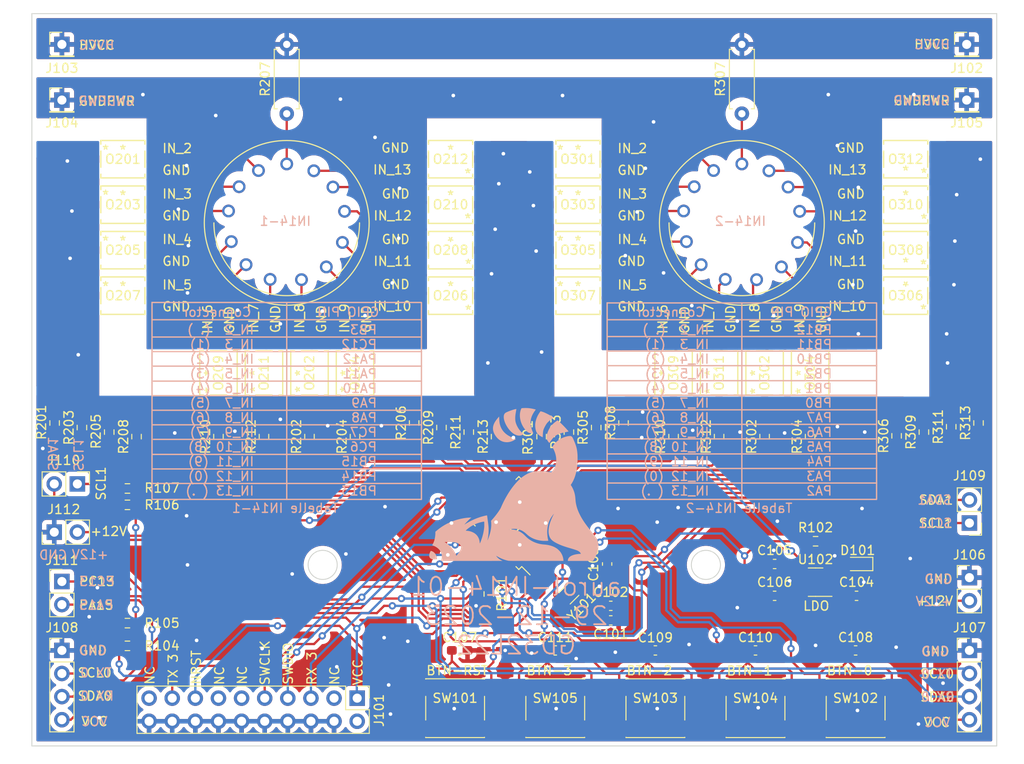
<source format=kicad_pcb>
(kicad_pcb (version 20221018) (generator pcbnew)
  (layers (0 "F.Cu" signal) (31 "B.Cu" signal) (34 "B.Paste" user) (35 "F.Paste" user) (36 "B.SilkS" user "B.Silkscreen") (37 "F.SilkS" user "F.Silkscreen") (38 "B.Mask" user) (39 "F.Mask" user) (44 "Edge.Cuts" user))
  (net 0 "")
  (net 1 "GND")
  (net 2 "Net-(U101-PC14)")
  (net 3 "Net-(U101-PC15)")
  (net 4 "+3.3V")
  (net 5 "+12V")
  (net 6 "Net-(U102-BP)")
  (net 7 "/NRST")
  (net 8 "/BTN1")
  (net 9 "/BTN2")
  (net 10 "/BTN3")
  (net 11 "/BTN0")
  (net 12 "Net-(D101-A)")
  (net 15 "/UART3_RX")
  (net 16 "/SWDIO")
  (net 17 "/SWCLK")
  (net 20 "/UART3_TX")
  (net 22 "HVCC")
  (net 23 "GNDPWR")
  (net 24 "/SCL0{slash}UART0_TX")
  (net 25 "/SDA0{slash}UART0_RX")
  (net 26 "/SCL1")
  (net 27 "/SDA1")
  (net 28 "Net-(O201-Pad1)")
  (net 29 "/IN14_1/1_IN14_2")
  (net 30 "Net-(O202-Pad1)")
  (net 31 "/IN14_1/1_IN14_8")
  (net 32 "Net-(O203-Pad1)")
  (net 33 "/IN14_1/1_IN14_3")
  (net 34 "Net-(O204-Pad1)")
  (net 35 "/IN14_1/1_IN14_9")
  (net 36 "Net-(O205-Pad1)")
  (net 37 "/IN14_1/1_IN14_4")
  (net 38 "Net-(O206-Pad1)")
  (net 39 "/IN14_1/1_IN14_10")
  (net 40 "Net-(O207-Pad1)")
  (net 41 "/IN14_1/1_IN14_5")
  (net 42 "Net-(O208-Pad1)")
  (net 43 "/IN14_1/1_IN14_11")
  (net 44 "Net-(O209-Pad1)")
  (net 45 "/IN14_1/1_IN14_6")
  (net 46 "Net-(O210-Pad1)")
  (net 47 "/IN14_1/1_IN14_12")
  (net 48 "Net-(O211-Pad1)")
  (net 49 "/IN14_1/1_IN14_7")
  (net 50 "Net-(O212-Pad1)")
  (net 51 "/IN14_1/1_IN14_13")
  (net 52 "Net-(O301-Pad1)")
  (net 53 "/IN14_2/2_IN14_2")
  (net 54 "Net-(O302-Pad1)")
  (net 55 "/IN14_2/2_IN14_8")
  (net 56 "Net-(O303-Pad1)")
  (net 57 "/IN14_2/2_IN14_3")
  (net 58 "Net-(O304-Pad1)")
  (net 59 "/IN14_2/2_IN14_9")
  (net 60 "Net-(O305-Pad1)")
  (net 61 "/IN14_2/2_IN14_4")
  (net 62 "Net-(O306-Pad1)")
  (net 63 "/IN14_2/2_IN14_10")
  (net 64 "Net-(O307-Pad1)")
  (net 65 "/IN14_2/2_IN14_5")
  (net 66 "Net-(O308-Pad1)")
  (net 67 "/IN14_2/2_IN14_11")
  (net 68 "Net-(O309-Pad1)")
  (net 69 "/IN14_2/2_IN14_6")
  (net 70 "Net-(O310-Pad1)")
  (net 71 "/IN14_2/2_IN14_12")
  (net 72 "Net-(O311-Pad1)")
  (net 73 "/IN14_2/2_IN14_7")
  (net 74 "Net-(O312-Pad1)")
  (net 75 "/IN14_2/2_IN14_13")
  (net 76 "/1_OC_1")
  (net 77 "/1_OC_7")
  (net 78 "/1_OC_2")
  (net 79 "/1_OC_8")
  (net 80 "/1_OC_3")
  (net 81 "/1_OC_9")
  (net 82 "Net-(TBE201-Anode)")
  (net 83 "/1_OC_4")
  (net 84 "/1_OC_10")
  (net 85 "/1_OC_5")
  (net 86 "/1_OC_11")
  (net 87 "/1_OC_6")
  (net 88 "/1_OC_12")
  (net 89 "/2_OC_1")
  (net 90 "/2_OC_7")
  (net 91 "/2_OC_2")
  (net 92 "/2_OC_8")
  (net 93 "/2_OC_3")
  (net 94 "/2_OC_9")
  (net 95 "Net-(TBE301-Anode)")
  (net 96 "/2_OC_4")
  (net 97 "/2_OC_10")
  (net 98 "/2_OC_5")
  (net 99 "/2_OC_11")
  (net 100 "/2_OC_6")
  (net 101 "/2_OC_12")
  (net 104 "/PA15")
  (net 105 "/PC13")
  (net 106 "/BOOT0")
  (footprint "Resistor_SMD:R_0603_1608Metric_Pad0.98x0.95mm_HandSolder" (layer "F.Cu") (at 166 95.5 90)
    (fp_text reference "R301")
    (fp_text value "154R")
  )
  (footprint "Connector_PinHeader_2.54mm:PinHeader_1x01_P2.54mm_Vertical" (layer "F.Cu") (at 212.7 52.38)
    (fp_text reference "J102")
    (fp_text value "HV-IN")
  )
  (footprint "Resistor_SMD:R_0603_1608Metric_Pad0.98x0.95mm_HandSolder" (layer "F.Cu") (at 158 95 90)
    (fp_text reference "R211")
    (fp_text value "154R")
  )
  (footprint "footprints:IC4_LTV-352T_LTO" (layer "F.Cu") (at 195.5 88.5 90)
    (fp_text reference "O304")
    (fp_text value "LTV-352T")
  )
  (footprint "Resistor_SMD:R_0603_1608Metric_Pad0.98x0.95mm_HandSolder" (layer "F.Cu") (at 214 94 90)
    (fp_text reference "R313")
    (fp_text value "154R")
  )
  (footprint "Capacitor_SMD:C_0603_1608Metric_Pad1.08x0.95mm_HandSolder" (layer "F.Cu") (at 200.6 113 180)
    (fp_text reference "C104")
    (fp_text value "1u")
  )
  (footprint "footprints:IC4_LTV-352T_LTO" (layer "F.Cu") (at 120 65)
    (fp_text reference "O201")
    (fp_text value "LTV-352T")
  )
  (footprint "footprints:IC4_LTV-352T_LTO" (layer "F.Cu") (at 206 75 180)
    (fp_text reference "O308")
    (fp_text value "LTV-352T")
  )
  (footprint "Resistor_SMD:R_0603_1608Metric_Pad0.98x0.95mm_HandSolder" (layer "F.Cu") (at 196.1 107 180)
    (fp_text reference "R102")
    (fp_text value "300R")
  )
  (footprint "Button_Switch_SMD:SW_Push_1P1T_NO_6x6mm_H9.5mm" (layer "F.Cu") (at 167.5 125.35)
    (fp_text reference "SW105")
    (fp_text value "BTN3")
  )
  (footprint "Connector_PinHeader_2.54mm:PinHeader_2x10_P2.54mm_Vertical" (layer "F.Cu") (at 145.74 124.25 -90)
    (fp_text reference "J101")
    (fp_text value "JTAG_CON")
  )
  (footprint "Resistor_SMD:R_0603_1608Metric_Pad0.98x0.95mm_HandSolder" (layer "F.Cu") (at 211 94.4125 90)
    (fp_text reference "R311")
    (fp_text value "154R")
  )
  (footprint "footprints:IC4_LTV-352T_LTO" (layer "F.Cu") (at 156 70 180)
    (fp_text reference "O210")
    (fp_text value "LTV-352T")
  )
  (footprint "footprints:IC4_LTV-352T_LTO" (layer "F.Cu") (at 170 80)
    (fp_text reference "O307")
    (fp_text value "LTV-352T")
  )
  (footprint "footprints:IC4_LTV-352T_LTO" (layer "F.Cu") (at 170 70)
    (fp_text reference "O303")
    (fp_text value "LTV-352T")
  )
  (footprint "footprints:IC4_LTV-352T_LTO" (layer "F.Cu") (at 135.5 88.5 90)
    (fp_text reference "O211")
    (fp_text value "LTV-352T")
  )
  (footprint "footprints:IN-14_Nixie" (layer "F.Cu") (at 138 72 180)
    (fp_text reference "TBE201" hide)
    (fp_text value "IN14" hide)
  )
  (footprint "footprints:IC4_LTV-352T_LTO" (layer "F.Cu") (at 206 80 180)
    (fp_text reference "O306")
    (fp_text value "LTV-352T")
  )
  (footprint "Resistor_SMD:R_0603_1608Metric_Pad0.98x0.95mm_HandSolder" (layer "F.Cu") (at 118.5 95 90)
    (fp_text reference "R205")
    (fp_text value "154R")
  )
  (footprint "Capacitor_SMD:C_0603_1608Metric_Pad1.08x0.95mm_HandSolder" (layer "F.Cu") (at 200.5 119)
    (fp_text reference "C108")
    (fp_text value "1u")
  )
  (footprint "Capacitor_SMD:C_0603_1608Metric_Pad1.08x0.95mm_HandSolder" (layer "F.Cu") (at 191.6 113 180)
    (fp_text reference "C106")
    (fp_text value "1u")
  )
  (footprint "Button_Switch_SMD:SW_Push_1P1T_NO_6x6mm_H9.5mm" (layer "F.Cu") (at 200.5 125.35)
    (fp_text reference "SW102")
    (fp_text value "BTN0")
  )
  (footprint "Resistor_THT:R_Axial_DIN0207_L6.3mm_D2.5mm_P7.62mm_Horizontal" (layer "F.Cu") (at 188 60 90)
    (fp_text reference "R307")
    (fp_text value "69kR")
  )
  (footprint "Resistor_SMD:R_0603_1608Metric_Pad0.98x0.95mm_HandSolder" (layer "F.Cu") (at 120.5 101.2)
    (fp_text reference "R107")
    (fp_text value "5k6R")
  )
  (footprint "Connector_PinHeader_2.54mm:PinHeader_1x01_P2.54mm_Vertical" (layer "F.Cu") (at 212.7 58.5)
    (fp_text reference "J105")
    (fp_text value "HVGND-IN")
  )
  (footprint "Button_Switch_SMD:SW_Push_1P1T_NO_6x6mm_H9.5mm" (layer "F.Cu") (at 189.5 125.35)
    (fp_text reference "SW104")
    (fp_text value "BTN1")
  )
  (footprint "Resistor_SMD:R_0603_1608Metric_Pad0.98x0.95mm_HandSolder" (layer "F.Cu") (at 175 94 90)
    (fp_text reference "R308")
    (fp_text value "154R")
  )
  (footprint "footprints:IC4_LTV-352T_LTO" (layer "F.Cu") (at 156 80 180)
    (fp_text reference "O206")
    (fp_text value "LTV-352T")
  )
  (footprint "footprints:IC4_LTV-352T_LTO" (layer "F.Cu") (at 156 65 180)
    (fp_text reference "O212")
    (fp_text value "LTV-352T")
  )
  (footprint "footprints:IC4_LTV-352T_LTO" (layer "F.Cu") (at 170 65)
    (fp_text reference "O301")
    (fp_text value "LTV-352T")
  )
  (footprint "Resistor_SMD:R_0603_1608Metric_Pad0.98x0.95mm_HandSolder" (layer "F.Cu") (at 120.5 103 180)
    (fp_text reference "R106")
    (fp_text value "5k6R")
  )
  (footprint "Capacitor_SMD:C_0603_1608Metric_Pad1.08x0.95mm_HandSolder" (layer "F.Cu") (at 173.6 115.7)
    (fp_text reference "C101")
    (fp_text value "1u")
  )
  (footprint "Resistor_SMD:R_0603_1608Metric_Pad0.98x0.95mm_HandSolder" (layer "F.Cu") (at 195.5 95.5 90)
    (fp_text reference "R304")
    (fp_text value "154R")
  )
  (footprint "Connector_PinHeader_2.54mm:PinHeader_1x01_P2.54mm_Vertical" (layer "F.Cu") (at 113.3 52.38)
    (fp_text reference "J103")
    (fp_text value "HV-OUT")
  )
  (footprint "Capacitor_SMD:C_0603_1608Metric_Pad1.08x0.95mm_HandSolder" (layer "F.Cu") (at 173.2 109.5 90)
    (fp_text reference "C103")
    (fp_text value "1u")
  )
  (footprint "Connector_PinHeader_2.54mm:PinHeader_1x02_P2.54mm_Vertical" (layer "F.Cu") (at 213 105 180)
    (fp_text reference "J109")
    (fp_text value "Sec-CON-IN")
  )
  (footprint "Resistor_SMD:R_0603_1608Metric_Pad0.98x0.95mm_HandSolder" (layer "F.Cu") (at 185.5 95.5 90)
    (fp_text reference "R312")
    (fp_text value "154R")
  )
  (footprint "Resistor_SMD:R_0603_1608Metric_Pad0.98x0.95mm_HandSolder" (layer "F.Cu") (at 155 94.5 90)
    (fp_text reference "R209")
    (fp_text value "154R")
  )
  (footprint "footprints:IC4_LTV-352T_LTO" (layer "F.Cu") (at 170 75)
    (fp_text reference "O305")
    (fp_text value "LTV-352T")
  )
  (footprint "Package_QFP:LQFP-48_7x7mm_P0.5mm" (layer "F.Cu") (at 163.5 105 135)
    (fp_text reference "U101")
    (fp_text value "~" hide)
  )
  (footprint "footprints:IC4_LTV-352T_LTO" (layer "F.Cu") (at 130.5 88.5 90)
    (fp_text reference "O209")
    (fp_text value "LTV-352T")
  )
  (footprint "Resistor_SMD:R_0603_1608Metric_Pad0.98x0.95mm_HandSolder" (layer "F.Cu") (at 121.5 95.5 90)
    (fp_text reference "R208")
    (fp_text value "154R")
  )
  (footprint "Connector_PinHeader_2.54mm:PinHeader_1x02_P2.54mm_Vertical" (layer "F.Cu") (at 115 100.7 -90)
    (fp_text reference "J110")
    (fp_text value "Sec-CON-OUT")
  )
  (footprint "Capacitor_SMD:C_0603_1608Metric_Pad1.08x0.95mm_HandSolder" (layer "F.Cu") (at 178.5 119)
    (fp_text reference "C109")
    (fp_text value "1u")
  )
  (footprint "Connector_PinHeader_2.54mm:PinHeader_1x02_P2.54mm_Vertical" (layer "F.Cu") (at 112.46 106 90)
    (fp_text reference "J112")
    (fp_text value "12V-IN")
  )
  (footprint "footprints:IC4_LTV-352T_LTO" (layer "F.Cu") (at 140.5 88.5 90)
    (fp_text reference "O202")
    (fp_text value "LTV-352T")
  )
  (footprint "Connector_PinHeader_2.54mm:PinHeader_1x02_P2.54mm_Vertical" (layer "F.Cu") (at 113.3 111.425)
    (fp_text reference "J111")
    (fp_text value "GPIO_Con")
  )
  (footprint "Capacitor_SMD:C_0603_1608Metric_Pad1.08x0.95mm_HandSolder" (layer "F.Cu") (at 167.5 119)
    (fp_text reference "C111")
    (fp_text value "1u")
  )
  (footprint "footprints:IC4_LTV-352T_LTO" (layer "F.Cu") (at 120 70)
    (fp_text reference "O203")
    (fp_text value "LTV-352T")
  )
  (footprint "Resistor_SMD:R_0603_1608Metric_Pad0.98x0.95mm_HandSolder" (layer "F.Cu") (at 161 95.5 90)
    (fp_text reference "R213")
    (fp_text value "154R")
  )
  (footprint "Resistor_SMD:R_0603_1608Metric_Pad0.98x0.95mm_HandSolder" (layer "F.Cu") (at 190.5 95.5 90)
    (fp_text reference "R302")
    (fp_text value "154R")
  )
  (footprint "Capacitor_SMD:C_0603_1608Metric_Pad1.08x0.95mm_HandSolder" (layer "F.Cu") (at 191.6 109.5 180)
    (fp_text reference "C105")
    (fp_text value "470p")
  )
  (footprint "Connector_PinHeader_2.54mm:PinHeader_1x04_P2.54mm_Vertical" (layer "F.Cu") (at 113.3 119)
    (fp_text reference "J108")
    (fp_text value "Prime-CON-OUT")
  )
  (footprint "Resistor_SMD:R_0603_1608Metric_Pad0.98x0.95mm_HandSolder" (layer "F.Cu") (at 112.5 94 90)
    (fp_text reference "R201")
    (fp_text value "154R")
  )
  (footprint "footprints:IC4_LTV-352T_LTO" (layer "F.Cu") (at 185.5 88.5 90)
    (fp_text reference "O311")
    (fp_text value "LTV-352T")
  )
  (footprint "Button_Switch_SMD:SW_Push_1P1T_NO_6x6mm_H9.5mm" (layer "F.Cu") (at 178.5 125.35)
    (fp_text reference "SW103")
    (fp_text value "BTN2")
  )
  (footprint "Resistor_SMD:R_0603_1608Metric_Pad0.98x0.95mm_HandSolder" (layer "F.Cu") (at 120.5 116)
    (fp_text reference "R105")
    (fp_text value "5k6R")
  )
  (footprint "Diode_SMD:D_0603_1608Metric_Pad1.05x0.95mm_HandSolder" (layer "F.Cu") (at 200.725 109.5 180)
    (fp_text reference "D101")
    (fp_text value "LED")
  )
  (footprint "Resistor_SMD:R_0603_1608Metric_Pad0.98x0.95mm_HandSolder" (layer "F.Cu") (at 180.5 95.5 90)
    (fp_text reference "R310")
    (fp_text value "154R")
  )
  (footprint "footprints:IC4_LTV-352T_LTO" (layer "F.Cu") (at 120 80)
    (fp_text reference "O207")
    (fp_text value "LTV-352T")
  )
  (footprint "Resistor_SMD:R_0603_1608Metric_Pad0.98x0.95mm_HandSolder" (layer "F.Cu") (at 172 94.5 90)
    (fp_text reference "R305")
    (fp_text value "154R")
  )
  (footprint "Connector_PinHeader_2.54mm:PinHeader_1x04_P2.54mm_Vertical" (layer "F.Cu") (at 213 119)
    (fp_text reference "J107")
    (fp_text value "Prime-CON-IN")
  )
  (footprint "Resistor_SMD:R_0603_1608Metric_Pad0.98x0.95mm_HandSolder" (layer "F.Cu") (at 208 95 90)
    (fp_text reference "R309")
    (fp_text value "154R")
  )
  (footprint "Resistor_SMD:R_0603_1608Metric_Pad0.98x0.95mm_HandSolder" (layer "F.Cu") (at 120.5 118.5 180)
    (fp_text reference "R104")
    (fp_text value "5k6R")
  )
  (footprint "footprints:IC4_LTV-352T_LTO" (layer "F.Cu") (at 206 65 180)
    (fp_text reference "O312")
    (fp_text value "LTV-352T")
  )
  (footprint "Crystal:Crystal_SMD_3215-2Pin_3.2x1.5mm" (layer "F.Cu") (at 169 112.8 -135)
    (fp_text reference "Y101")
    (fp_text value "Crystal")
  )
  (footprint "Resistor_SMD:R_0603_1608Metric_Pad0.98x0.95mm_HandSolder" (layer "F.Cu") (at 205 95.4125 90)
    (fp_text reference "R306")
    (fp_text value "154R")
  )
  (footprint "Capacitor_SMD:C_0603_1608Metric_Pad1.08x0.95mm_HandSolder" (layer "F.Cu") (at 157 119)
    (fp_text reference "C107")
    (fp_text value "1u")
  )
  (footprint "footprints:IC4_LTV-352T_LTO" (layer "F.Cu") (at 120 75)
    (fp_text reference "O205")
    (fp_text value "LTV-352T")
  )
  (footprint "footprints:IC4_LTV-352T_LTO" (layer "F.Cu") (at 156 75 180)
    (fp_text reference "O208")
    (fp_text value "LTV-352T")
  )
  (footprint "footprints:IN-14_Nixie" (layer "F.Cu") (at 188 72 180)
    (fp_text reference "TBE301" hide)
    (fp_text value "IN14" hide)
  )
  (footprint "Connector_PinHeader_2.54mm:PinHeader_1x01_P2.54mm_Vertical" (layer "F.Cu") (at 113.3 58.5)
    (fp_text reference "J104")
    (fp_text value "HVGND-OUT")
  )
  (footprint "footprints:IC4_LTV-352T_LTO" (layer "F.Cu") (at 206 70 180)
    (fp_text reference "O310")
    (fp_text value "LTV-352T")
  )
  (footprint "Resistor_SMD:R_0603_1608Metric_Pad0.98x0.95mm_HandSolder" (layer "F.Cu") (at 130.5 95.5 90)
    (fp_text reference "R210")
    (fp_text value "154R")
  )
  (footprint "footprints:IC4_LTV-352T_LTO" (layer "F.Cu") (at 145.5 88.5 90)
    (fp_text reference "O204")
    (fp_text value "LTV-352T")
  )
  (footprint "Button_Switch_SMD:SW_Push_1P1T_NO_6x6mm_H9.5mm" (layer "F.Cu") (at 156.5 125.35)
    (fp_text reference "SW101")
    (fp_text value "RST-BTN")
  )
  (footprint "Resistor_SMD:R_0603_1608Metric_Pad0.98x0.95mm_HandSolder" (layer "F.Cu") (at 145.5 95.5 90)
    (fp_text reference "R204")
    (fp_text value "154R")
  )
  (footprint "Capacitor_SMD:C_0603_1608Metric_Pad1.08x0.95mm_HandSolder" (layer "F.Cu") (at 173.6 114.1)
    (fp_text reference "C102")
    (fp_text value "1u")
  )
  (footprint "Package_TO_SOT_SMD:SOT-23-5" (layer "F.Cu") (at 196.1 111.5 180)
    (fp_text reference "U102")
    (fp_text value "MIC5219-3.3YM5")
  )
  (footprint "Resistor_SMD:R_0603_1608Metric_Pad0.98x0.95mm_HandSolder" (layer "F.Cu") (at 160.2 112.8 -90)
    (fp_text reference "R101")
    (fp_text value "5k6R")
  )
  (footprint "Connector_PinHeader_2.54mm:PinHeader_1x02_P2.54mm_Vertical" (layer "F.Cu") (at 213 111)
    (fp_text reference "J106")
    (fp_text value "12V-OUT")
  )
  (footprint "Resistor_SMD:R_0603_1608Metric_Pad0.98x0.95mm_HandSolder" (layer "F.Cu") (at 135.5 95.5 90)
    (fp_text reference "R212")
    (fp_text value "154R")
  )
  (footprint "Resistor_SMD:R_0603_1608Metric_Pad0.98x0.95mm_HandSolder" (layer "F.Cu") (at 115.5 94.5 90)
    (fp_text reference "R203")
    (fp_text value "154R")
  )
  (footprint "Resistor_THT:R_Axial_DIN0207_L6.3mm_D2.5mm_P7.62mm_Horizontal" (layer "F.Cu") (at 138 60 90)
    (fp_text reference "R207")
    (fp_text value "69kR")
  )
  (footprint "Capacitor_SMD:C_0603_1608Metric_Pad1.08x0.95mm_HandSolder" (layer "F.Cu") (at 189.5 119)
    (fp_text reference "C110")
    (fp_text value "1u")
  )
  (footprint "Resistor_SMD:R_0603_1608Metric_Pad0.98x0.95mm_HandSolder" (layer "F.Cu") (at 169 95 90)
    (fp_text reference "R303")
    (fp_text value "154R")
  )
  (footprint "footprints:IC4_LTV-352T_LTO" (layer "F.Cu") (at 180.5 88.5 90)
    (fp_text reference "O309")
    (fp_text value "LTV-352T")
  )
  (footprint "Resistor_SMD:R_0603_1608Metric_Pad0.98x0.95mm_HandSolder" (layer "F.Cu") (at 140.5 95.5 90)
    (fp_text reference "R202")
    (fp_text value "154R")
  )
  (footprint "Resistor_SMD:R_0603_1608Metric_Pad0.98x0.95mm_HandSolder" (layer "F.Cu") (at 152 94 90)
    (fp_text reference "R206")
    (fp_text value "154R")
  )
  (footprint "footprints:IC4_LTV-352T_LTO" (layer "F.Cu") (at 190.5 88.5 90)
    (fp_text reference "O302")
    (fp_text value "LTV-352T")
  )
  (footprint "LOGO" (layer "B.Cu") (at 163.2 100.8 180)
    (fp_text reference "G***" hide)
    (fp_text value "LOGO" hide)
  )
  (gr_line (start 152.8 94.2) (end 123.3 94.2) (stroke (width 0.15)) (layer "B.SilkS"))
  (gr_line (start 152.8 97.45) (end 123.3 97.45) (stroke (width 0.15)) (layer "B.SilkS"))
  (gr_line (start 123.2 82.65) (end 152.8 82.65) (stroke (width 0.15)) (layer "B.SilkS"))
  (gr_line (start 152.8 92.6) (end 123.3 92.6) (stroke (width 0.15)) (layer "B.SilkS"))
  (gr_rect (start 173.2 80.8) (end 202.8 102.4) (stroke (width 0.15)) (fill none) (layer "B.SilkS"))
  (gr_line (start 202.8 97.4) (end 173.2 97.4) (stroke (width 0.15)) (layer "B.SilkS"))
  (gr_line (start 152.8 99.05) (end 123.3 99.05) (stroke (width 0.15)) (layer "B.SilkS"))
  (gr_line (start 152.8 100.65) (end 123.3 100.65) (stroke (width 0.15)) (layer "B.SilkS"))
  (gr_line (start 202.8 100.6) (end 173.2 100.6) (stroke (width 0.15)) (layer "B.SilkS"))
  (gr_line (start 152.8 91) (end 123.3 91) (stroke (width 0.15)) (layer "B.SilkS"))
  (gr_line (start 152.8 84.55) (end 123.3 84.55) (stroke (width 0.15)) (layer "B.SilkS"))
  (gr_line (start 152.8 89.4) (end 123.35 89.4) (stroke (width 0.15)) (layer "B.SilkS"))
  (gr_line (start 202.8 99) (end 173.2 99) (stroke (width 0.15)) (layer "B.SilkS"))
  (gr_line (start 202.8 89.35) (end 173.25 89.35) (stroke (width 0.15)) (layer "B.SilkS"))
  (gr_line (start 202.8 84.5) (end 173.2 84.5) (stroke (width 0.15)) (layer "B.SilkS"))
  (gr_line (start 202.8 86.1) (end 173.2 86.1) (stroke (width 0.15)) (layer "B.SilkS"))
  (gr_line (start 202.85 95.75) (end 173.25 95.75) (stroke (width 0.15)) (layer "B.SilkS"))
  (gr_line (start 152.8 86.15) (end 123.3 86.15) (stroke (width 0.15)) (layer "B.SilkS"))
  (gr_line (start 138 80.75) (end 138 102.4) (stroke (width 0.15)) (layer "B.SilkS"))
  (gr_line (start 202.8 87.7) (end 173.2 87.7) (stroke (width 0.15)) (layer "B.SilkS"))
  (gr_line (start 202.8 90.95) (end 173.2 90.95) (stroke (width 0.15)) (layer "B.SilkS"))
  (gr_line (start 173.25 82.65) (end 202.8 82.65) (stroke (width 0.15)) (layer "B.SilkS"))
  (gr_line (start 152.8 87.75) (end 123.3 87.75) (stroke (width 0.15)) (layer "B.SilkS"))
  (gr_line (start 152.8 95.8) (end 123.35 95.8) (stroke (width 0.15)) (layer "B.SilkS"))
  (gr_line (start 188 80.8) (end 188 102.4) (stroke (width 0.15)) (layer "B.SilkS"))
  (gr_line (start 202.8 94.15) (end 173.2 94.15) (stroke (width 0.15)) (layer "B.SilkS"))
  (gr_line (start 202.8 92.55) (end 173.2 92.55) (stroke (width 0.15)) (layer "B.SilkS"))
  (gr_rect (start 123.2 80.75) (end 152.8 102.4) (stroke (width 0.15)) (fill none) (layer "B.SilkS"))
  (gr_line (start 216 129.5) (end 216 49) (stroke (width 0.1)) (layer "Edge.Cuts"))
  (gr_line (start 216 49) (end 110 49) (stroke (width 0.1)) (layer "Edge.Cuts"))
  (gr_line (start 110 129.5) (end 216 129.5) (stroke (width 0.1)) (layer "Edge.Cuts"))
  (gr_circle (center 184.05 109.6) (end 185.65 109.6) (stroke (width 0.1)) (fill none) (layer "Edge.Cuts"))
  (gr_circle (center 141.95 109.6) (end 143.55 109.6) (stroke (width 0.1)) (fill none) (layer "Edge.Cuts"))
  (gr_line (start 110 49) (end 110 129.5) (stroke (width 0.1)) (layer "Edge.Cuts"))
  (gr_text "Tabelle IN14-1\n" (at 143.8 103.95) (layer "B.SilkS") (effects (font (size 1 1)) (justify left bottom mirror)))
  (gr_text "RX 0" (at 119.1 124.6) (layer "B.SilkS") (effects (font (size 1 1)) (justify left bottom mirror)))
  (gr_text "Connector" (at 184 82.4) (layer "B.SilkS") (effects (font (size 1 1)) (justify left bottom mirror)))
  (gr_text "SCL1" (at 211.2 105.6) (layer "B.SilkS") (effects (font (size 1 1)) (justify left bottom mirror)))
  (gr_text "Connector" (at 134.2 82.4) (layer "B.SilkS") (effects (font (size 1 1)) (justify left bottom mirror)))
  (gr_text "PB3\nPC12\nPA12\nPA11\nPA10\nPA9\nPA8\nPC7\nPC6\nPB15\nPB14\nPB13" (at 148 102.05) (layer "B.SilkS") (effects (font (size 1 1)) (justify left bottom mirror)))
  (gr_text "GNDPWR" (at 210.95 59.15) (layer "B.SilkS") (effects (font (size 1 1)) (justify left bottom mirror)))
  (gr_text "GND" (at 113.95 109.1) (layer "B.SilkS") (effects (font (size 1 1)) (justify left bottom mirror)))
  (gr_text "SDA1" (at 111.7 99.35 -90) (layer "B.SilkS") (effects (font (size 1 1)) (justify left bottom mirror)))
  (gr_text "PB12\nPB11\nPB10\nPB2\nPB1\nPB0\nPA7\nPA6\nPA5\nPA4\nPA3\nPA2" (at 198 102.05) (layer "B.SilkS") (effects (font (size 1 1)) (justify left bottom mirror)))
  (gr_text "HVCC" (at 210.95 53) (layer "B.SilkS") (effects (font (size 1 1)) (justify left bottom mirror)))
  (gr_text "+12V" (at 211.2 114.2) (layer "B.SilkS") (effects (font (size 1 1)) (justify left bottom mirror)))
  (gr_text "PC13" (at 119.2 112) (layer "B.SilkS") (effects (font (size 1 1)) (justify left bottom mirror)))
  (gr_text "IN14-2\n" (at 190.75 72.4) (layer "B.SilkS") (effects (font (size 1 1)) (justify left bottom mirror)))
  (gr_text "IN_2  (. )\nIN_3  (1)\nIN_4  (2)\nIN_5  (3)\nIN_6  (4)\nIN_7  (5)\nIN_8  (6)\nIN_9  (7)\nIN_10 (8)\nIN_11 (9)\nIN_12 (0)\nIN_13 ( .)" (at 184.5 102.05) (layer "B.SilkS") (effects (font (size 1 1)) (justify left bottom mirror)))
  (gr_text "+12V" (at 118.5 109.05) (layer "B.SilkS") (effects (font (size 1 1)) (justify left bottom mirror)))
  (gr_text "IN14-1\n" (at 140.75 72.4) (layer "B.SilkS") (effects (font (size 1 1)) (justify left bottom mirror)))
  (gr_text "GND" (at 118.3 119.6) (layer "B.SilkS") (effects (font (size 1 1)) (justify left bottom mirror)))
  (gr_text "GND" (at 211.2 111.75) (layer "B.SilkS") (effects (font (size 1 1)) (justify left bottom mirror)))
  (gr_text "VCC" (at 211 127.5) (layer "B.SilkS") (effects (font (size 1 1)) (justify left bottom mirror)))
  (gr_text "Tabelle IN14-2\n" (at 193.65 103.95) (layer "B.SilkS") (effects (font (size 1 1)) (justify left bottom mirror)))
  (gr_text "PA15" (at 119.05 114.6) (layer "B.SilkS") (effects (font (size 1 1)) (justify left bottom mirror)))
  (gr_text "GNDPWR" (at 121.4 59.2) (layer "B.SilkS") (effects (font (size 1 1)) (justify left bottom mirror)))
  (gr_text "VCC" (at 118.4 127.4) (layer "B.SilkS") (effects (font (size 1 1)) (justify left bottom mirror)))
  (gr_text "GND" (at 210.85 119.7) (layer "B.SilkS") (effects (font (size 1 1)) (justify left bottom mirror)))
  (gr_text "aurol-IN14-01\n29-12-2023\nGD32L22" (at 163.2 119.6) (layer "B.SilkS") (effects (font (size 2 2) (thickness 0.2) bold) (justify bottom mirror)))
  (gr_text "TX 0" (at 211.25 122.2) (layer "B.SilkS") (effects (font (size 1 1)) (justify left bottom mirror)))
  (gr_text "RX 0" (at 211.45 124.7) (layer "B.SilkS") (effects (font (size 1 1)) (justify left bottom mirror)))
  (gr_text "GPIO PIN\n" (at 198.05 82.4) (layer "B.SilkS") (effects (font (size 1 1)) (justify left bottom mirror)))
  (gr_text "GPIO PIN\n" (at 148.25 82.4) (layer "B.SilkS") (effects (font (size 1 1)) (justify left bottom mirror)))
  (gr_text "HVCC" (at 119.15 53.05) (layer "B.SilkS") (effects (font (size 1 1)) (justify left bottom mirror)))
  (gr_text "IN_2  (. )\nIN_3  (1)\nIN_4  (2)\nIN_5  (3)\nIN_6  (4)\nIN_7  (5)\nIN_8  (6)\nIN_9  (7)\nIN_10 (8)\nIN_11 (9)\nIN_12 (0)\nIN_13 ( .)" (at 134.5 102.05) (layer "B.SilkS") (effects (font (size 1 1)) (justify left bottom mirror)))
  (gr_text "TX 0" (at 118.85 122.05) (layer "B.SilkS") (effects (font (size 1 1)) (justify left bottom mirror)))
  (gr_text "SDA1" (at 211.15 103.05) (layer "B.SilkS") (effects (font (size 1 1)) (justify left bottom mirror)))
  (gr_text "SCL1" (at 114.5 99.4 270) (layer "B.SilkS") (effects (font (size 1 1)) (justify left bottom mirror)))
  (gr_text "SCL1" (at 117.6 100.65 90) (layer "F.SilkS") (effects (font (size 1 1))))
  (gr_text "IN_4" (at 124.25 74.4) (layer "F.SilkS") (effects (font (size 1 1)) (justify left bottom)))
  (gr_text "GND" (at 174.25 71.8) (layer "F.SilkS") (effects (font (size 1 1)) (justify left bottom)))
  (gr_text "BTN-0" (at 197.25 121.8) (layer "F.SilkS") (effects (font (size 1 1)) (justify left bottom)))
  (gr_text "RX 3\n" (at 141.35 122.9 90) (layer "F.SilkS") (effects (font (size 1 1)) (justify left bottom)))
  (gr_text "+12V\n" (at 207.1 114.15) (layer "F.SilkS") (effects (font (size 1 1)) (justify left bottom)))
  (gr_text "GND" (at 148.35 79.35) (layer "F.SilkS") (effects (font (size 1 1)) (justify left bottom)))
  (gr_text "+12V\n" (at 116.35 106.5) (layer "F.SilkS") (effects (font (size 1 1)) (justify left bottom)))
  (gr_text "SDA0\n" (at 114.95 124.6) (layer "F.SilkS") (effects (font (size 1 1)) (justify left bottom)))
  (gr_text "SCL0\n" (at 207.5 122.15) (layer "F.SilkS") (effects (font (size 1 1)) (justify left bottom)))
  (gr_text "GND" (at 147.35 84.2 90) (layer "F.SilkS") (effects (font (size 1 1)) (justify left bottom)))
  (gr_text "IN_6" (at 179.9 84.3 90) (layer "F.SilkS") (effects (font (size 1 1)) (justify left bottom)))
  (gr_text "IN_2" (at 124.25 64.4) (layer "F.SilkS") (effects (font (size 1 1)) (justify left bottom)))
  (gr_text "GND" (at 198.35 69.4) (layer "F.SilkS") (effects (font (size 1 1)) (justify left bottom)))
  (gr_text "GND" (at 174.25 81.8) (layer "F.SilkS") (effects (font (size 1 1)) (justify left bottom)))
  (gr_text "SWDIO\n" (at 138.75 122.85 90) (layer "F.SilkS") (effects (font (size 1 1)) (justify left bottom)))
  (gr_text "IN_12" (at 197.45 71.8) (layer "F.SilkS") (effects (font (size 1 1)) (justify left bottom)))
  (gr_text "LDO" (at 194.65 114.7) (layer "F.SilkS") (effects (font (size 1 1)) (justify left bottom)))
  (gr_text "GND" (at 187.35 84.2 90) (layer "F.SilkS") (effects (font (size 1 1)) (justify left bottom)))
  (gr_text "GND" (at 115.1 119.6) (layer "F.SilkS") (effects (font (size 1 1)) (justify left bottom)))
  (gr_text "NC" (at 143.85 122.9 90) (layer "F.SilkS") (effects (font (size 1 1)) (justify left bottom)))
  (gr_text "NRST" (at 128.65 122.85 90) (layer "F.SilkS") (effects (font (size 1 1)) (justify left bottom)))
  (gr_text "BTN-RST\n" (at 153.25 121.8) (layer "F.SilkS") (effects (font (size 1 1)) (justify left bottom)))
  (gr_text "GND" (at 174.25 66.8) (layer "F.SilkS") (effects (font (size 1 1)) (justify left bottom)))
  (gr_text "IN_6" (at 129.9 84.3 90) (layer "F.SilkS") (effects (font (size 1 1)) (justify left bottom)))
  (gr_text "GND" (at 174.25 76.8) (layer "F.SilkS") (effects (font (size 1 1)) (justify left bottom)))
  (gr_text "IN_3" (at 174.25 69.4) (layer "F.SilkS") (effects (font (size 1 1)) (justify left bottom)))
  (gr_text "IN_9" (at 144.95 84.2 90) (layer "F.SilkS") (effects (font (size 1 1)) (justify left bottom)))
  (gr_text "GND" (at 137.35 84.2 90) (layer "F.SilkS") (effects (font (size 1 1)) (justify left bottom)))
  (gr_text "GND" (at 148.35 74.4) (layer "F.SilkS") (effects (font (size 1 1)) (justify left bottom)))
  (gr_text "HVCC" (at 206.85 52.95) (layer "F.SilkS") (effects (font (size 1 1)) (justify left bottom)))
  (gr_text "GND" (at 198.3 64.35) (layer "F.SilkS") (effects (font (size 1 1)) (justify left bottom)))
  (gr_text "VCC" (at 115.35 127.4) (layer "F.SilkS") (effects (font (size 1 1)) (justify left bottom)))
  (gr_text "HVCC" (at 115.1 53.05) (layer "F.SilkS") (effects (font (size 1 1)) (justify left bottom)))
  (gr_text "GND" (at 192.4 84.2 90) (layer "F.SilkS") (effects (font (size 1 1)) (justify left bottom)))
  (gr_text "IN_9" (at 194.95 84.2 90) (layer "F.SilkS") (effects (font (size 1 1)) (justify left bottom)))
  (gr_text "IN_11" (at 147.45 76.8) (layer "F.SilkS") (effects (font (size 1 1)) (justify left bottom)))
  (gr_text "IN_5" (at 174.25 79.4) (layer "F.SilkS") (effects (font (size 1 1)) (justify left bottom)))
  (gr_text "GND" (at 207.65 119.7) (layer "F.SilkS") (effects (font (size 1 1)) (justify left bottom)))
  (gr_text "IN_4" (at 174.25 74.4) (layer "F.SilkS") (effects (font (size 1 1)) (justify left bottom)))
  (gr_text "IN_8" (at 190 84.2 90) (layer "F.SilkS") (effects (font (size 1 1)) (justify left bottom)))
  (gr_text "BTN-2\n" (at 175.25 121.8) (layer "F.SilkS") (effects (font (size 1 1)) (justify left bottom)))
  (gr_text "VCC" (at 146.405 122.92 90) (layer "F.SilkS") (effects (font (size 1 1)) (justify left bottom)))
  (gr_text "NC" (at 133.7 122.85 90) (layer "F.SilkS") (effects (font (size 1 1)) (justify left bottom)))
  (gr_text "IN_10" (at 147.4 81.75) (layer "F.SilkS") (effects (font (size 1 1)) (justify left bottom)))
  (gr_text "IN_8" (at 140 84.2 90) (layer "F.SilkS") (effects (font (size 1 1)) (justify left bottom)))
  (gr_text "GNDPWR" (at 115.05 59.2) (layer "F.SilkS") (effects (font (size 1 1)) (justify left bottom)))
  (gr_text "GND" (at 198.35 74.4) (layer "F.SilkS") (effects (font (size 1 1)) (justify left bottom)))
  (gr_text "SDA1" (at 207.35 103.05) (layer "F.SilkS") (effects (font (size 1 1)) (justify left bottom)))
  (gr_text "VCC" (at 207.9 127.5) (layer "F.SilkS") (effects (font (size 1 1)) (justify left bottom)))
  (gr_text "IN_5" (at 124.25 79.4) (layer "F.SilkS") (effects (font (size 1 1)) (justify left bottom)))
  (gr_text "IN_13" (at 147.4 66.75) (layer "F.SilkS") (effects (font (size 1 1)) (justify left bottom)))
  (gr_text "SCL0\n" (at 114.95 122.05) (layer "F.SilkS") (effects (font (size 1 1)) (justify left bottom)))
  (gr_text "IN_7" (at 134.95 84.2 90) (layer "F.SilkS") (effects (font (size 1 1)) (justify left bottom)))
  (gr_text "IN_12" (at 147.45 71.8) (layer "F.SilkS") (effects (font (size 1 1)) (justify left bottom)))
  (gr_text "GND" (at 124.25 71.8) (layer "F.SilkS") (effects (font (size 1 1)) (justify left bottom)))
  (gr_text "GND" (at 208 111.75) (layer "F.SilkS") (effects (font (size 1 1)) (justify left bottom)))
  (gr_text "GND" (at 124.25 81.8) (layer "F.SilkS") (effects (font (size 1 1)) (justify left bottom)))
  (gr_text "GND" (at 182.3 84.3 90) (layer "F.SilkS") (effects (font (size 1 1)) (justify left bottom)))
  (gr_text "GND" (at 132.3 84.3 90) (layer "F.SilkS") (effects (font (size 1 1)) (justify left bottom)))
  (gr_text "BTN-1\n" (at 186.25 121.83) (layer "F.SilkS") (effects (font (size 1 1)) (justify left bottom)))
  (gr_text "IN_2" (at 174.25 64.4) (layer "F.SilkS") (effects (font (size 1 1)) (justify left bottom)))
  (gr_text "GND" (at 124.25 76.8) (layer "F.SilkS") (effects (font (size 1 1)) (justify left bottom)))
  (gr_text "IN_3" (at 124.25 69.4) (layer "F.SilkS") (effects (font (size 1 1)) (justify left bottom)))
  (gr_text "GND" (at 148.35 69.4) (layer "F.SilkS") (effects (font (size 1 1)) (justify left bottom)))
  (gr_text "GND" (at 197.35 84.2 90) (layer "F.SilkS") (effects (font (size 1 1)) (justify left bottom)))
  (gr_text "SCL1" (at 207.35 105.6) (layer "F.SilkS") (effects (font (size 1 1)) (justify left bottom)))
  (gr_text "IN_7" (at 184.95 84.2 90) (layer "F.SilkS") (effects (font (size 1 1)) (justify left bottom)))
  (gr_text "GNDPWR" (at 204.55 59.15) (layer "F.SilkS") (effects (font (size 1 1)) (justify left bottom)))
  (gr_text "IN_11" (at 197.45 76.8) (layer "F.SilkS") (effects (font (size 1 1)) (justify left bottom)))
  (gr_text "SDA0\n" (at 207.5 124.7) (layer "F.SilkS") (effects (font (size 1 1)) (justify left bottom)))
  (gr_text "GND" (at 148.3 64.35) (layer "F.SilkS") (effects (font (size 1 1)) (justify left bottom)))
  (gr_text "PA15" (at 115.1 114.6) (layer "F.SilkS") (effects (font (size 1 1)) (justify left bottom)))
  (gr_text "BTN-3" (at 164.25 121.8) (layer "F.SilkS") (effects (font (size 1 1)) (justify left bottom)))
  (gr_text "PC13" (at 115.1 112) (layer "F.SilkS") (effects (font (size 1 1)) (justify left bottom)))
  (gr_text "GND" (at 124.25 66.8) (layer "F.SilkS") (effects (font (size 1 1)) (justify left bottom)))
  (gr_text "NC" (at 123.55 122.85 90) (layer "F.SilkS") (effects (font (size 1 1)) (justify left bottom)))
  (gr_text "NC" (at 131.2 122.9 90) (layer "F.SilkS") (effects (font (size 1 1)) (justify left bottom)))
  (gr_text "GND" (at 198.35 79.35) (layer "F.SilkS") (effects (font (size 1 1)) (justify left bottom)))
  (gr_text "GND" (at 142.4 84.2 90) (layer "F.SilkS") (effects (font (size 1 1)) (justify left bottom)))
  (gr_text "SWCLK" (at 136.2 122.9 90) (layer "F.SilkS") (effects (font (size 1 1)) (justify left bottom)))
  (gr_text "IN_13" (at 197.4 66.75) (layer "F.SilkS") (effects (font (size 1 1)) (justify left bottom)))
  (gr_text "TX 3" (at 126.1 122.9 90) (layer "F.SilkS") (effects (font (size 1 1)) (justify left bottom)))
  (gr_text "IN_10" (at 197.4 81.75) (layer "F.SilkS") (effects (font (size 1 1)) (justify left bottom)))
  (segment (start 199.7375 111.8375) (end 199.7375 113) (width 0.25) (layer "F.Cu") (net 1))
  (segment (start 174.4625 114.1) (end 174.4625 115.7) (width 0.25) (layer "F.Cu") (net 1))
  (segment (start 157.8875 118.975) (end 157.8625 119) (width 0.25) (layer "F.Cu") (net 1))
  (segment (start 166.973662 107.413002) (end 164.46066 104.9) (width 0.25) (layer "F.Cu") (net 1))
  (segment (start 174.4625 112.68125) (end 174.4625 114.1) (width 0.25) (layer "F.Cu") (net 1))
  (segment (start 169.92316 110.3625) (end 173.2 110.3625) (width 0.25) (layer "F.Cu") (net 1))
  (segment (start 159.2125 113.7125) (end 160.2 113.7125) (width 0.25) (layer "F.Cu") (net 1))
  (segment (start 166.973662 107.413002) (end 169.92316 110.3625) (width 0.25) (layer "F.Cu") (net 1))
  (segment (start 201.4 111.5) (end 199.1 111.5) (width 0.25) (layer "F.Cu") (net 1))
  (segment (start 173.2 111.41875) (end 174.4625 112.68125) (width 0.25) (layer "F.Cu") (net 1))
  (segment (start 173.2 110.3625) (end 173.2 111.41875) (width 0.25) (layer "F.Cu") (net 1))
  (segment (start 199.4 111.5) (end 199.7375 111.8375) (width 0.25) (layer "F.Cu") (net 1))
  (segment (start 158.8 114.1) (end 158.825 114.1) (width 0.25) (layer "F.Cu") (net 1))
  (segment (start 161.975 118.975) (end 157.8875 118.975) (width 0.25) (layer "F.Cu") (net 1))
  (segment (start 162 119) (end 161.975 118.975) (width 0.25) (layer "F.Cu") (net 1))
  (segment (start 158.825 114.1) (end 159.2125 113.7125) (width 0.25) (layer "F.Cu") (net 1))
  (segment (start 199.1 111.5) (end 199.4 111.5) (width 0.25) (layer "F.Cu") (net 1))
  (segment (start 164.46066 104.9) (end 163.45 104.9) (width 0.25) (layer "F.Cu") (net 1))
  (segment (start 197.2375 111.5) (end 199.1 111.5) (width 0.25) (layer "F.Cu") (net 1))
  (via (at 142.5 94.3) (size 0.8) (drill 0.4) (layers "F.Cu" "B.Cu") (net 1))
  (via (at 207.4 127.1) (size 0.8) (drill 0.4) (layers "F.Cu" "B.Cu") (net 1))
  (via (at 156.4 125.4) (size 0.8) (drill 0.4) (layers "F.Cu" "B.Cu") (net 1))
  (via (at 163.6 102.7) (size 0.8) (drill 0.4) (layers "F.Cu" "B.Cu") (net 1))
  (via (at 162.9 95.6) (size 0.8) (drill 0.4) (layers "F.Cu" "B.Cu") (net 1))
  (via (at 191.5 108) (size 0.8) (drill 0.4) (layers "F.Cu" "B.Cu") (net 1))
  (via (at 113.9 65.2) (size 0.8) (drill 0.4) (layers "F.Cu" "B.Cu") (net 1))
  (via (at 187.5 114.3) (size 0.8) (drill 0.4) (layers "F.Cu" "B.Cu") (net 1))
  (via (at 111.2 96.8) (size 0.8) (drill 0.4) (layers "F.Cu" "B.Cu") (net 1))
  (via (at 161 104.9) (size 0.8) (drill 0.4) (layers "F.Cu" "B.Cu") (net 1))
  (via (at 166 86.2) (size 0.8) (drill 0.4) (layers "F.Cu" "B.Cu") (net 1))
  (via (at 189.8 125.3) (size 0.8) (drill 0.4) (layers "F.Cu" "B.Cu") (net 1))
  (via (at 178.7 125.4) (size 0.8) (drill 0.4) (layers "F.Cu" "B.Cu") (net 1))
  (via (at 210.6 87.4) (size 0.8) (drill 0.4) (layers "F.Cu" "B.Cu") (net 1))
  (via (at 187.8 95) (size 0.8) (drill 0.4) (layers "F.Cu" "B.Cu") (net 1))
  (via (at 166.45 105) (size 0.8) (drill 0.4) (layers "F.Cu" "B.Cu") (net 1))
  (via (at 211.3 78.8) (size 0.8) (drill 0.4) (layers "F.Cu" "B.Cu") (net 1))
  (via (at 160.1 87.4) (size 0.8) (drill 0.4) (layers "F.Cu" "B.Cu") (net 1))
  (via (at 165.1 70.1) (size 0.8) (drill 0.4) (layers "F.Cu" "B.Cu") (net 1))
  (via (at 192.7 95.1) (size 0.8) (drill 0.4) (layers "F.Cu" "B.Cu") (net 1))
  (via (at 128.1 117.9) (size 0.8) (drill 0.4) (layers "F.Cu" "B.Cu") (net 1))
  (via (at 169.8 119.9) (size 0.8) (drill 0.4) (layers "F.Cu" "B.Cu") (net 1))
  (via (at 204.95 118.65) (size 0.8) (drill 0.4) (layers "F.Cu" "B.Cu") (net 1))
  (via (at 201.5 95) (size 0.8) (drill 0.4) (layers "F.Cu" "B.Cu") (net 1))
  (via (at 161.3 67.7) (size 0.8) (drill 0.4) (layers "F.Cu" "B.Cu") (net 1))
  (via (at 132.3 94.9) (size 0.8) (drill 0.4) (layers "F.Cu" "B.Cu") (net 1))
  (via (at 160.5 77.6) (size 0.8) (drill 0.4) (layers "F.Cu" "B.Cu") (net 1))
  (via (at 177.1 92.8) (size 0.8) (drill 0.4) (layers "F.Cu" "B.Cu") (net 1))
  (via (at 158.8 114.1) (size 0.8) (drill 0.4) (layers "F.Cu" "B.Cu") (net 1))
  (via (at 211.4 74) (size 0.8) (drill 0.4) (layers "F.Cu" "B.Cu") (net 1))
  (via (at 201.2 103.4) (size 0.8) (drill 0.4) (layers "F.Cu" "B.Cu") (net 1))
  (via (at 182.6 94.8) (size 0.8) (drill 0.4) (layers "F.Cu" "B.Cu") (net 1))
  (via (at 191.9 104.8) (size 0.8) (drill 0.4) (layers "F.Cu" "B.Cu") (net 1))
  (via (at 165.4 75.1) (size 0.8) (drill 0.4) (layers "F.Cu" "B.Cu") (net 1))
  (via (at 200.7 125.6) (size 0.8) (drill 0.4) (layers "F.Cu" "B.Cu") (net 1))
  (via (at 135.3 118.8) (size 0.8) (drill 0.4) (layers "F.Cu" "B.Cu") (net 1))
  (via (at 210.1 122.6) (size 0.8) (drill 0.4) (layers "F.Cu" "B.Cu") (net 1))
  (via (at 138.6 110.6) (size 0.8) (drill 0.4) (layers "F.Cu" "B.Cu") (net 1))
  (via (at 149.4 126) (size 0.8) (drill 0.4) (layers "F.Cu" "B.Cu") (net 1))
  (via (at 127 104.2) (size 0.8) (drill 0.4) (layers "F.Cu" "B.Cu") (net 1))
  (via (at 171.6 109.7) (size 0.8) (drill 0.4) (layers "F.Cu" "B.Cu") (net 1))
  (via (at 114.4 70.7) (size 0.8) (drill 0.4) (layers "F.Cu" "B.Cu") (net 1))
  (via (at 117.2 112.1) (size 0.8) (drill 0.4) (layers "F.Cu" "B.Cu") (net 1))
  (via (at 198.5 94.4) (size 0.8) (drill 0.4) (layers "F.Cu" "B.Cu") (net 1))
  (via (at 181 103.3) (size 0.8) (drill 0.4) (layers "F.Cu" "B.Cu") (net 1))
  (via (at 148.7 117.6) (size 0.8) (drill 0.4) (layers "F.Cu" "B.Cu") (net 1))
  (via (at 201.4 111.5) (size 0.8) (drill 0.4) (layers "F.Cu" "B.Cu") (net 1))
  (via (at 210.5 84.2) (size 0.8) (drill 0.4) (layers "F.Cu" "B.Cu") (net 1))
  (via (at 206.5 108.9) (size 0.8) (drill 0.4) (layers "F.Cu" "B.Cu") (net 1))
  (via (at 148.8 103.2) (size 0.8) (drill 0.4) (layers "F.Cu" "B.Cu") (net 1))
  (via (at 174.4 103.4) (size 0.8) (drill 0.4) (layers "F.Cu" "B.Cu") (net 1))
  (via (at 127.1 109.6) (size 0.8) (drill 0.4) (layers "F.Cu" "B.Cu") (net 1))
  (via (at 193.25 111.35) (size 0.8) (drill 0.4) (layers "F.Cu" "B.Cu") (net 1))
  (via (at 162 119) (size 0.8) (drill 0.4) (layers "F.Cu" "B.Cu") (net 1))
  (via (at 148.4 94.3) (size 0.8) (drill 0.4) (layers "F.Cu" "B.Cu") (net 1))
  (via (at 149.2 122.8) (size 0.8) (drill 0.4) (layers "F.Cu" "B.Cu") (net 1))
  (via (at 196.1 118.45) (size 0.8) (drill 0.4) (layers "F.Cu" "B.Cu") (net 1))
  (via (at 163.6 107.4) (size 0.8) (drill 0.4) (layers "F.Cu" "B.Cu") (net 1))
  (via (at 177 95.6) (size 0.8) (drill 0.4) (layers "F.Cu" "B.Cu") (net 1))
  (via (at 114.2 75.9) (size 0.8) (drill 0.4) (layers "F.Cu" "B.Cu") (net 1))
  (via (at 156.1 105) (size 0.8) (drill 0.4) (layers "F.Cu" "B.Cu") (net 1))
  (via (at 174.1 119.2) (size 0.8) (drill 0.4) (layers "F.Cu" "B.Cu") (net 1))
  (via (at 143.5 120.8) (size 0.8) (drill 0.4) (layers "F.Cu" "B.Cu") (net 1))
  (via (at 182.2 118.35) (size 0.8) (drill 0.4) (layers "F.Cu" "B.Cu") (net 1))
  (via (at 164.7 66.4) (size 0.8) (drill 0.4) (layers "F.Cu" "B.Cu") (net 1))
  (via (at 151.3 118) (size 0.8) (drill 0.4) (layers "F.Cu" "B.Cu") (net 1))
  (via (at 116.3 115.3) (size 0.8) (drill 0.4) (layers "F.Cu" "B.Cu") (net 1))
  (via (at 209.4 113.9) (size 0.8) (drill 0.4) (layers "F.Cu" "B.Cu") (net 1))
  (via (at 211.6 68.9) (size 0.8) (drill 0.4) (layers "F.Cu" "B.Cu") (net 1))
  (via (at 115.1 86.5) (size 0.8) (drill 0.4) (layers "F.Cu" "B.Cu") (net 1))
  (via (at 198.2 108.6) (size 0.8) (drill 0.4) (layers "F.Cu" "B.Cu") (net 1))
  (via (at 167.6 125.4) (size 0.8) (drill 0.4) (layers "F.Cu" "B.Cu") (net 1))
  (via (at 164.9 119.3) (size 0.8) (drill 0.4) (layers "F.Cu" "B.Cu") (net 1))
  (via (at 172.35 111.95) (size 0.8) (drill 0.4) (layers "F.Cu" "B.Cu") (net 1))
  (via (at 178.7 104.9) (size 0.8) (drill 0.4) (layers "F.Cu" "B.Cu") (net 1))
  (via (at 125.7 95.1) (size 0.8) (drill 0.4) (layers "F.Cu" "B.Cu") (net 1))
  (via (at 160.9 72.7) (size 0.8) (drill 0.4) (layers "F.Cu" "B.Cu") (net 1))
  (via (at 214.2 65) (size 0.8) (drill 0.4) (layers "F.Cu" "B.Cu") (net 1))
  (via (at 117.4 126.4) (size 0.8) (drill 0.4) (layers "F.Cu" "B.Cu") (net 1))
  (via (at 144.5 108.4) (size 0.8) (drill 0.4) (layers "F.Cu" "B.Cu") (net 1))
  (via (at 161.8 64.4) (size 0.8) (drill 0.4) (layers "F.Cu" "B.Cu") (net 1))
  (via (at 137.3 93.6) (size 0.8) (drill 0.4) (layers "F.Cu" "B.Cu") (net 1))
  (segment (start 170.132234 115.7) (end 172.7375 115.7) (width 0.25) (layer "F.Cu") (net 2))
  (segment (start 167.4 111.374874) (end 167.4 112.967766) (width 0.25) (layer "F.Cu") (net 2))
  (segment (start 168.116117 113.683883) (end 170.132234 115.7) (width 0.25) (layer "F.Cu") (net 2))
  (segment (start 167.4 112.967766) (end 168.116117 113.683883) (width 0.25) (layer "F.Cu") (net 2))
  (segment (start 165.205895 109.180769) (end 167.4 111.374874) (width 0.25) (layer "F.Cu") (net 2))
  (segment (start 165.559449 108.827215) (end 167.857234 111.125) (width 0.25) (layer "F.Cu") (net 3))
  (segment (start 169.092766 111.125) (end 169.883883 111.916117) (width 0.25) (layer "F.Cu") (net 3))
  (segment (start 167.857234 111.125) (end 169.092766 111.125) (width 0.25) (layer "F.Cu") (net 3))
  (segment (start 172.067766 114.1) (end 172.7375 114.1) (width 0.25) (layer "F.Cu") (net 3))
  (segment (start 169.883883 111.916117) (end 172.067766 114.1) (width 0.25) (layer "F.Cu") (net 3))
  (segment (start 208.4 125.1) (end 209.92 126.62) (width 0.25) (layer "F.Cu") (net 4))
  (segment (start 167.327215 107.059449) (end 169.467766 109.2) (width 0.25) (layer "F.Cu") (net 4))
  (segment (start 155.1 115.5) (end 154.3 116.3) (width 0.25) (layer "F.Cu") (net 4))
  (segment (start 188.3 108.6) (end 188.3 110.5) (width 0.25) (layer "F.Cu") (net 4))
  (segment (start 121.4125 119) (end 121.4125 120.9875) (width 0.25) (layer "F.Cu") (net 4))
  (segment (start 171.0625 108.6375) (end 173.2 108.6375) (width 0.25) (layer "F.Cu") (net 4))
  (segment (start 154.3 116.3) (end 153.4 116.3) (width 0.25) (layer "F.Cu") (net 4))
  (segment (start 194.9625 112.45) (end 194.9625 113.8625) (width 0.25) (layer "F.Cu") (net 4))
  (segment (start 177 112.4) (end 176.2 112.4) (width 0.25) (layer "F.Cu") (net 4))
  (segment (start 194.9625 113.8625) (end 197 115.9) (width 0.25) (layer "F.Cu") (net 4))
  (segment (start 164.3 112.7) (end 163.6 113.4) (width 0.25) (layer "F.Cu") (net 4))
  (segment (start 121.4125 116) (end 121.4125 114.5) (width 0.25) (layer "F.Cu") (net 4))
  (segment (start 164.498788 109.887876) (end 164.498788 109.898788) (width 0.25) (layer "F.Cu") (net 4))
  (segment (start 173.2 108.6375) (end 176.1 108.6375) (width 0.25) (layer "F.Cu") (net 4))
  (segment (start 176.1 108.6375) (end 178.7625 108.6375) (width 0.25) (layer "F.Cu") (net 4))
  (segment (start 209.92 126.62) (end 213 126.62) (width 0.25) (layer "F.Cu") (net 4))
  (segment (start 165.85 111.25) (end 165.85 112.413604) (width 0.25) (layer "F.Cu") (net 4))
  (segment (start 164.6 117.0755) (end 169.5255 117.0755) (width 0.25) (layer "F.Cu") (net 4))
  (segment (start 121.4125 103.1) (end 121.4125 101.2) (width 0.25) (layer "F.Cu") (net 4))
  (segment (start 114.28 126.62) (end 113.3 126.62) (width 0.25) (layer "F.Cu") (net 4))
  (segment (start 208.4 117.6) (end 208.4 125.1) (width 0.25) (layer "F.Cu") (net 4))
  (segment (start 169.5255 117.0755) (end 170.35 117.9) (width 0.25) (layer "F.Cu") (net 4))
  (segment (start 191.9 111.7) (end 192.4625 112.2625) (width 0.25) (layer "F.Cu") (net 4))
  (segment (start 175.5 111.7) (end 175.5 109.2375) (width 0.25) (layer "F.Cu") (net 4))
  (segment (start 124.7 115.4) (end 124.2 115.9) (width 0.25) (layer "F.Cu") (net 4))
  (segment (start 170.35 117.9) (end 176.5 117.9) (width 0.25) (layer "F.Cu") (net 4))
  (segment (start 169.612374 108.6375) (end 173.2 108.6375) (width 0.25) (layer "F.Cu") (net 4))
  (segment (start 145.7 116.6) (end 144.5 115.4) (width 0.25) (layer "F.Cu") (net 4))
  (segment (start 170.5 109.2) (end 171.0625 108.6375) (width 0.25) (layer "F.Cu") (net 4))
  (segment (start 163.6 114.6) (end 162.4 115.8) (width 0.25) (layer "F.Cu") (net 4))
  (segment (start 176.2 112.4) (end 175.5 111.7) (width 0.25) (layer "F.Cu") (net 4))
  (segment (start 163.6 113.4) (end 163.6 114.6) (width 0.25) (layer "F.Cu") (net 4))
  (segment (start 165.85 112.413604) (end 165.563604 112.7) (width 0.25) (layer "F.Cu") (net 4))
  (segment (start 120.1 122.3) (end 117 122.3) (width 0.25) (layer "F.Cu") (net 4))
  (segment (start 206.7 115.9) (end 208.4 117.6) (width 0.25) (layer "F.Cu") (net 4))
  (segment (start 121.4125 120.9875) (end 120.1 122.3) (width 0.25) (layer "F.Cu") (net 4))
  (segment (start 144.5 115.4) (end 124.7 115.4) (width 0.25) (layer "F.Cu") (net 4))
  (segment (start 123 118.5) (end 121.4125 118.5) (width 0.25) (layer "F.Cu") (net 4))
  (segment (start 121.4125 116) (end 121.4 116) (width 0.25) (layer "F.Cu") (net 4))
  (segment (start 177.7 113.1) (end 177 112.4) (width 0.25) (layer "F.Cu") (net 4))
  (segment (start 162.4 115.8) (end 157.627208 115.8) (width 0.25) (layer "F.Cu") (net 4))
  (segment (start 157.627208 115.8) (end 157.327208 115.5) (width 0.25) (layer "F.Cu") (net 4))
  (segment (start 192.4625 112.2625) (end 192.4625 113) (width 0.25) (layer "F.Cu") (net 4))
  (segment (start 178.7625 108.6375) (end 179.5 107.9) (width 0.25) (layer "F.Cu") (net 4))
  (segment (start 165.563604 112.7) (end 164.3 112.7) (width 0.25) (layer "F.Cu") (net 4))
  (segment (start 167.680769 106.705895) (end 169.612374 108.6375) (width 0.25) (layer "F.Cu") (net 4))
  (segment (start 169.467766 109.2) (end 170.5 109.2) (width 0.25) (layer "F.Cu") (net 4))
  (segment (start 124.2 115.9) (end 124.2 117.3) (width 0.25) (layer "F.Cu") (net 4))
  (segment (start 121.4 116) (end 121.4125 119) (width 0.25) (layer "F.Cu") (net 4))
  (segment (start 193.6 113) (end 192.4625 113) (width 0.25) (layer "F.Cu") (net 4))
  (segment (start 189.5 111.7) (end 191.9 111.7) (width 0.25) (layer "F.Cu") (net 4))
  (segment (start 124.2 117.3) (end 123 118.5) (width 0.25) (layer "F.Cu") (net 4))
  (segment (start 175.5 109.2375) (end 176.1 108.6375) (width 0.25) (layer "F.Cu") (net 4))
  (segment (start 114.9 126) (end 114.28 126.62) (width 0.25) (layer "F.Cu") (net 4))
  (segment (start 117 122.3) (end 114.9 124.4) (width 0.25) (layer "F.Cu") (net 4))
  (segment (start 121.4125 105.5) (end 121.4125 103.1) (width 0.25) (layer "F.Cu") (net 4))
  (segment (start 195.1875 107) (end 189.9 107) (width 0.25) (layer "F.Cu") (net 4))
  (segment (start 176.5 117.9) (end 177.7 116.7) (width 0.25) (layer "F.Cu") (net 4))
  (segment (start 188.3 110.5) (end 189.5 111.7) (width 0.25) (layer "F.Cu") (net 4))
  (segment (start 189.9 107) (end 188.3 108.6) (width 0.25) (layer "F.Cu") (net 4))
  (segment (start 164.498788 109.898788) (end 165.85 111.25) (width 0.25) (layer "F.Cu") (net 4))
  (segment (start 114.9 124.4) (end 114.9 126) (width 0.25) (layer "F.Cu") (net 4))
  (segment (start 194.15 112.45) (end 193.6 113) (width 0.25) (layer "F.Cu") (net 4))
  (segment (start 177.7 116.7) (end 177.7 113.1) (width 0.25) (layer "F.Cu") (net 4))
  (segment (start 194.9625 112.45) (end 194.15 112.45) (width 0.25) (layer "F.Cu") (net 4))
  (segment (start 197 115.9) (end 206.7 115.9) (width 0.25) (layer "F.Cu") (net 4))
  (segment (start 157.327208 115.5) (end 155.1 115.5) (width 0.25) (layer "F.Cu") (net 4))
  (via (at 188.3 108.6) (size 0.8) (drill 0.4) (layers "F.Cu" "B.Cu") (net 4))
  (via (at 121.4125 114.5) (size 0.8) (drill 0.4) (layers "F.Cu" "B.Cu") (net 4))
  (via (at 121.4125 105.5) (size 0.8) (drill 0.4) (layers "F.Cu" "B.Cu") (net 4))
  (via (at 153.4 116.3) (size 0.8) (drill 0.4) (layers "F.Cu" "B.Cu") (net 4))
  (via (at 145.7 116.6) (size 0.8) (drill 0.4) (layers "F.Cu" "B.Cu") (net 4))
  (via (at 163.6 114.6) (size 0.8) (drill 0.4) (layers "F.Cu" "B.Cu") (net 4))
  (via (at 179.5 107.9) (size 0.8) (drill 0.4) (layers "F.Cu" "B.Cu") (net 4))
  (via (at 164.6 117.0755) (size 0.8) (drill 0.4) (layers "F.Cu" "B.Cu") (net 4))
  (segment (start 145.7 116.6) (end 145.7 124.21) (width 0.25) (layer "B.Cu") (net 4))
  (segment (start 163.9755 117.0755) (end 163.6 116.7) (width 0.25) (layer "B.Cu") (net 4))
  (segment (start 121.4125 114.5) (end 121.4125 105.5) (width 0.25) (layer "B.Cu") (net 4))
  (segment (start 181.25 106.15) (end 185.85 106.15) (width 0.25) (layer "B.Cu") (net 4))
  (segment (start 179.5 107.9) (end 181.25 106.15) (width 0.25) (layer "B.Cu") (net 4))
  (segment (start 153.4 116.3) (end 152.5 115.4) (width 0.25) (layer "B.Cu") (net 4))
  (segment (start 145.7 124.21) (end 145.74 124.25) (width 0.25) (layer "B.Cu") (net 4))
  (segment (start 164.6 117.0755) (end 163.9755 117.0755) (width 0.25) (layer "B.Cu") (net 4))
  (segment (start 163.6 116.7) (end 163.6 114.6) (width 0.25) (layer "B.Cu") (net 4))
  (segment (start 152.5 115.4) (end 146.9 115.4) (width 0.25) (layer "B.Cu") (net 4))
  (segment (start 146.9 115.4) (end 145.74 116.56) (width 0.25) (layer "B.Cu") (net 4))
  (segment (start 185.85 106.15) (end 188.3 108.6) (width 0.25) (layer "B.Cu") (net 4))
  (segment (start 145.74 116.56) (end 145.7 116.6) (width 0.25) (layer "B.Cu") (net 4))
  (segment (start 119.063604 106) (end 115 106) (width 0.25) (layer "F.Cu") (net 5))
  (segment (start 209.1 111.5) (end 211.14 113.54) (width 0.25) (layer "F.Cu") (net 5))
  (segment (start 198.275 114.9) (end 202.5 114.9) (width 0.25) (layer "F.Cu") (net 5))
  (segment (start 204 111.5) (end 203.05 110.55) (width 0.25) (layer "F.Cu") (net 5))
  (segment (start 127.813604 101.05) (end 124.35 101.05) (width 0.25) (layer "F.Cu") (net 5))
  (segment (start 202.5 114.9) (end 205.9 111.5) (width 0.25) (layer "F.Cu") (net 5))
  (segment (start 205.9 111.5) (end 209.1 111.5) (width 0.25) (layer "F.Cu") (net 5))
  (segment (start 119.913604 106.85) (end 119.063604 106) (width 0.25) (layer "F.Cu") (net 5))
  (segment (start 202.6 113) (end 201.4625 113) (width 0.25) (layer "F.Cu") (net 5))
  (segment (start 205.9 111.5) (end 204.1 111.5) (width 0.25) (layer "F.Cu") (net 5))
  (segment (start 197.2375 109.2375) (end 197.2375 110.55) (width 0.25) (layer "F.Cu") (net 5))
  (segment (start 140.5 104.7) (end 131.463604 104.7) (width 0.25) (layer "F.Cu") (net 5))
  (segment (start 123.35 105.986396) (end 122.486396 106.85) (width 0.25) (layer "F.Cu") (net 5))
  (segment (start 124.35 101.05) (end 123.35 102.05) (width 0.25) (layer "F.Cu") (net 5))
  (segment (start 203.05 110.55) (end 197.2375 110.55) (width 0.25) (layer "F.Cu") (net 5))
  (segment (start 197.2375 113.8625) (end 198.275 114.9) (width 0.25) (layer "F.Cu") (net 5))
  (segment (start 131.463604 104.7) (end 127.813604 101.05) (width 0.25) (layer "F.Cu") (net 5))
  (segment (start 122.486396 106.85) (end 119.913604 106.85) (width 0.25) (layer "F.Cu") (net 5))
  (segment (start 197.2375 112.45) (end 197.2375 113.8625) (width 0.25) (layer "F.Cu") (net 5))
  (segment (start 211.14 113.54) (end 213 113.54) (width 0.25) (layer "F.Cu") (net 5))
  (segment (start 193.45 108.05) (end 194.2 108.8) (width 0.25) (layer "F.Cu") (net 5))
  (segment (start 204.1 111.5) (end 202.6 113) (width 0.25) (layer "F.Cu") (net 5))
  (segment (start 123.35 102.05) (end 123.35 105.986396) (width 0.25) (layer "F.Cu") (net 5))
  (segment (start 196.8 108.8) (end 197.2375 109.2375) (width 0.25) (layer "F.Cu") (net 5))
  (segment (start 194.2 108.8) (end 196.8 108.8) (width 0.25) (layer "F.Cu") (net 5))
  (via (at 193.45 108.05) (size 0.8) (drill 0.4) (layers "F.Cu" "B.Cu") (net 5))
  (via (at 140.5 104.7) (size 0.8) (drill 0.4) (layers "F.Cu" "B.Cu") (net 5))
  (segment (start 140.5 104.7) (end 141.4 104.7) (width 0.25) (layer "B.Cu") (net 5))
  (segment (start 147.4 98.7) (end 184.1 98.7) (width 0.25) (layer "B.Cu") (net 5))
  (segment (start 141.4 104.7) (end 147.4 98.7) (width 0.25) (layer "B.Cu") (net 5))
  (segment (start 184.1 98.7) (end 193.45 108.05) (width 0.25) (layer "B.Cu") (net 5))
  (segment (start 193.5 109.5) (end 193.7 109.7) (width 0.25) (layer "F.Cu") (net 6))
  (segment (start 193.95 110.55) (end 194.9625 110.55) (width 0.25) (layer "F.Cu") (net 6))
  (segment (start 193.7 110.3) (end 193.95 110.55) (width 0.25) (layer "F.Cu") (net 6))
  (segment (start 192.4625 109.5) (end 193.5 109.5) (width 0.25) (layer "F.Cu") (net 6))
  (segment (start 193.7 109.7) (end 193.7 110.3) (width 0.25) (layer "F.Cu") (net 6))
  (segment (start 143.8 116.3) (end 147.3 119.8) (width 0.25) (layer "F.Cu") (net 7))
  (segment (start 152.525 121.475) (end 152.525 123.1) (width 0.25) (layer "F.Cu") (net 7))
  (segment (start 151.8 119.8) (end 153 121) (width 0.25) (layer "F.Cu") (net 7))
  (segment (start 160.7 119.7) (end 160.7 120.3) (width 0.25) (layer "F.Cu") (net 7))
  (segment (start 160 121) (end 160.475 121.475) (width 0.25) (layer "F.Cu") (net 7))
  (segment (start 168.3 109.446446) (end 166.620109 107.766555) (width 0.25) (layer "F.Cu") (net 7))
  (segment (start 156.1375 120.1375) (end 157 121) (width 0.25) (layer "F.Cu") (net 7))
  (segment (start 160.475 121.475) (end 160.475 123.1) (width 0.25) (layer "F.Cu") (net 7))
  (segment (start 166.3 113.9) (end 166.3 116.3) (width 0.25) (layer "F.Cu") (net 7))
  (segment (start 160.7 120.3) (end 160 121) (width 0.25) (layer "F.Cu") (net 7))
  (segment (start 153 121) (end 152.525 121.475) (width 0.25) (layer "F.Cu") (net 7))
  (segment (start 155.4 121) (end 153 121) (width 0.25) (layer "F.Cu") (net 7))
  (segment (start 156.1375 119) (end 156.1375 120.1375) (width 0.25) (layer "F.Cu") (net 7))
  (segment (start 157 121) (end 160 121) (width 0.25) (layer "F.Cu") (net 7))
  (segment (start 168.3 110.4) (end 168.3 109.446446) (width 0.25) (layer "F.Cu") (net 7))
  (segment (start 156.1375 120.2625) (end 155.4 121) (width 0.25) (layer "F.Cu") (net 7))
  (segment (start 137 116.3) (end 143.8 116.3) (width 0.25) (layer "F.Cu") (net 7))
  (segment (start 156.1375 120.1375) (end 156.1375 120.2625) (width 0.25) (layer "F.Cu") (net 7))
  (segment (start 147.3 119.8) (end 151.8 119.8) (width 0.25) (layer "F.Cu") (net 7))
  (via (at 168.3 110.4) (size 0.8) (drill 0.4) (layers "F.Cu" "B.Cu") (net 7))
  (via (at 166.3 113.9) (size 0.8) (drill 0.4) (layers "F.Cu" "B.Cu") (net 7))
  (via (at 160.7 119.7) (size 0.8) (drill 0.4) (layers "F.Cu" "B.Cu") (net 7))
  (via (at 137 116.3) (size 0.8) (drill 0.4) (layers "F.Cu" "B.Cu") (net 7))
  (via (at 166.3 116.3) (size 0.8) (drill 0.4) (layers "F.Cu" "B.Cu") (net 7))
  (segment (start 127.96 121.94) (end 128 121.9) (width 0.25) (layer "B.Cu") (net 7))
  (segment (start 127.96 124.25) (end 127.96 121.94) (width 0.25) (layer "B.Cu") (net 7))
  (segment (start 166.3 116.3) (end 166.3 117.2) (width 0.25) (layer "B.Cu") (net 7))
  (segment (start 166.3 113.4) (end 168.3 111.4) (width 0.25) (layer "B.Cu") (net 7))
  (segment (start 128 121.9) (end 133.6 116.3) (width 0.25) (layer "B.Cu") (net 7))
  (segment (start 161.4 117.8) (end 160.7 118.5) (width 0.25) (layer "B.Cu") (net 7))
  (segment (start 166.3 117.2) (end 165.7 117.8) (width 0.25) (layer "B.Cu") (net 7))
  (segment (start 160.7 118.5) (end 160.7 119.7) (width 0.25) (layer "B.Cu") (net 7))
  (segment (start 133.6 116.3) (end 137 116.3) (width 0.25) (layer "B.Cu") (net 7))
  (segment (start 166.3 113.9) (end 166.3 113.4) (width 0.25) (layer "B.Cu") (net 7))
  (segment (start 168.3 111.4) (end 168.3 110.4) (width 0.25) (layer "B.Cu") (net 7))
  (segment (start 165.7 117.8) (end 161.4 117.8) (width 0.25) (layer "B.Cu") (net 7))
  (segment (start 170.8 107.9) (end 171.6 107.9) (width 0.25) (layer "F.Cu") (net 8))
  (segment (start 186.1 121) (end 185.525 121.575) (width 0.25) (layer "F.Cu") (net 8))
  (segment (start 170.4 107.9) (end 170.8 107.9) (width 0.25) (layer "F.Cu") (net 8))
  (segment (start 185.2 117.3) (end 185.2 118) (width 0.25) (layer "F.Cu") (net 8))
  (segment (start 186.2 119) (end 188.6375 119) (width 0.25) (layer "F.Cu") (net 8))
  (segment (start 185.525 121.575) (end 185.525 123.1) (width 0.25) (layer "F.Cu") (net 8))
  (segment (start 193.475 121.425) (end 193.475 123.1) (width 0.25) (layer "F.Cu") (net 8))
  (segment (start 169.58198 107.9) (end 170.4 107.9) (width 0.25) (layer "F.Cu") (net 8))
  (segment (start 188.6375 119) (end 188.6375 120.3375) (width 0.25) (layer "F.Cu") (net 8))
  (segment (start 171.6 107.9) (end 172.4 107.1) (width 0.25) (layer "F.Cu") (net 8))
  (segment (start 188.6375 120.3375) (end 188.6375 120.3625) (width 0.25) (layer "F.Cu") (net 8))
  (segment (start 193.475 121.425) (end 193.05 121) (width 0.25) (layer "F.Cu") (net 8))
  (segment (start 168.034322 106.352342) (end 169.58198 107.9) (width 0.25) (layer "F.Cu") (net 8))
  (segment (start 188 121) (end 186.1 121) (width 0.25) (layer "F.Cu") (net 8))
  (segment (start 185.2 118) (end 186.2 119) (width 0.25) (layer "F.Cu") (net 8))
  (segment (start 193.05 121) (end 189.3 121) (width 0.25) (layer "F.Cu") (net 8))
  (segment (start 188.6375 120.3375) (end 189.3 121) (width 0.25) (layer "F.Cu") (net 8))
  (segment (start 188.6375 120.3625) (end 188 121) (width 0.25) (layer "F.Cu") (net 8))
  (via (at 172.4 107.1) (size 0.8) (drill 0.4) (layers "F.Cu" "B.Cu") (net 8))
  (via (at 185.2 117.3) (size 0.8) (drill 0.4) (layers "F.Cu" "B.Cu") (net 8))
  (segment (start 181 115.9) (end 179.7 114.6) (width 0.25) (layer "B.Cu") (net 8))
  (segment (start 179.7 114.6) (end 179.7 110.4) (width 0.25) (layer "B.Cu") (net 8))
  (segment (start 172.8 106.7) (end 172.4 107.1) (width 0.25) (layer "B.Cu") (net 8))
  (segment (start 185.2 117.3) (end 185.2 116.7) (width 0.25) (layer "B.Cu") (net 8))
  (segment (start 184.4 115.9) (end 181 115.9) (width 0.25) (layer "B.Cu") (net 8))
  (segment (start 179.7 110.4) (end 176 106.7) (width 0.25) (layer "B.Cu") (net 8))
  (segment (start 185.2 116.7) (end 184.4 115.9) (width 0.25) (layer "B.Cu") (net 8))
  (segment (start 176 106.7) (end 172.8 106.7) (width 0.25) (layer "B.Cu") (net 8))
  (segment (start 177.6375 120.3375) (end 177.6375 120.3625) (width 0.25) (layer "F.Cu") (net 9))
  (segment (start 177.6375 120.3375) (end 178.3 121) (width 0.25) (layer "F.Cu") (net 9))
  (segment (start 177.6375 119) (end 177.6375 120.3375) (width 0.25) (layer "F.Cu") (net 9))
  (segment (start 169.3 117.8) (end 169.45 117.95) (width 0.25) (layer "F.Cu") (net 9))
  (segment (start 174.525 121.575) (end 174.525 123.1) (width 0.25) (layer "F.Cu") (net 9))
  (segment (start 178.3 121) (end 181.8 121) (width 0.25) (layer "F.Cu") (net 9))
  (segment (start 159.8 117.1) (end 163.3 117.1) (width 0.25) (layer "F.Cu") (net 9))
  (segment (start 157.4 112.3) (end 157.4 111.453554) (width 0.25) (layer "F.Cu") (net 9))
  (segment (start 163.3 117.1) (end 164 117.8) (width 0.25) (layer "F.Cu") (net 9))
  (segment (start 169.45 117.95) (end 173.075 121.575) (width 0.25) (layer "F.Cu") (net 9))
  (segment (start 157.4 111.453554) (end 160.733445 108.120109) (width 0.25) (layer "F.Cu") (net 9))
  (segment (start 181.8 121) (end 182.475 121.675) (width 0.25) (layer "F.Cu") (net 9))
  (segment (start 182.475 121.675) (end 182.475 123.1) (width 0.25) (layer "F.Cu") (net 9))
  (segment (start 164 117.8) (end 169.3 117.8) (width 0.25) (layer "F.Cu") (net 9))
  (segment (start 173.075 121.575) (end 174.525 121.575) (width 0.25) (layer "F.Cu") (net 9))
  (segment (start 177.6375 120.3625) (end 177 121) (width 0.25) (layer "F.Cu") (net 9))
  (segment (start 177 121) (end 175.1 121) (width 0.25) (layer "F.Cu") (net 9))
  (segment (start 175.1 121) (end 174.525 121.575) (width 0.25) (layer "F.Cu") (net 9))
  (via (at 157.4 112.3) (size 0.8) (drill 0.4) (layers "F.Cu" "B.Cu") (net 9))
  (via (at 159.8 117.1) (size 0.8) (drill 0.4) (layers "F.Cu" "B.Cu") (net 9))
  (segment (start 157.4 112.3) (end 157.4 116.8) (width 0.25) (layer "B.Cu") (net 9))
  (segment (start 157.4 116.8) (end 157.7 117.1) (width 0.25) (layer "B.Cu") (net 9))
  (segment (start 157.7 117.1) (end 159.8 117.1) (width 0.25) (layer "B.Cu") (net 9))
  (segment (start 162.8 118) (end 163.3 118.5) (width 0.25) (layer "F.Cu") (net 10))
  (segment (start 163.525 121.475) (end 163.525 123.1) (width 0.25) (layer "F.Cu") (net 10))
  (segment (start 164 121) (end 163.525 121.475) (width 0.25) (layer "F.Cu") (net 10))
  (segment (start 163.3 120.3) (end 164 121) (width 0.25) (layer "F.Cu") (net 10))
  (segment (start 171.475 121.475) (end 171 121) (width 0.25) (layer "F.Cu") (net 10))
  (segment (start 156.5 118) (end 162.8 118) (width 0.25) (layer "F.Cu") (net 10))
  (segment (start 166.6375 120.3375) (end 165.975 121) (width 0.25) (layer "F.Cu") (net 10))
  (segment (start 156 117.5) (end 156.5 118) (width 0.25) (layer "F.Cu") (net 10))
  (segment (start 167.3 121) (end 166.6375 120.3375) (width 0.25) (layer "F.Cu") (net 10))
  (segment (start 156 117) (end 156 117.5) (width 0.25) (layer "F.Cu") (net 10))
  (segment (start 166.6375 120.3375) (end 166.6375 119) (width 0.25) (layer "F.Cu") (net 10))
  (segment (start 171 121) (end 167.3 121) (width 0.25) (layer "F.Cu") (net 10))
  (segment (start 156.6 111.546446) (end 160.379891 107.766555) (width 0.25) (layer "F.Cu") (net 10))
  (segment (start 165.975 121) (end 164 121) (width 0.25) (layer "F.Cu") (net 10))
  (segment (start 171.475 123.1) (end 171.475 121.475) (width 0.25) (layer "F.Cu") (net 10))
  (segment (start 163.3 118.5) (end 163.3 120.3) (width 0.25) (layer "F.Cu") (net 10))
  (via (at 156 117) (size 0.8) (drill 0.4) (layers "F.Cu" "B.Cu") (net 10))
  (via (at 156.6 111.546446) (size 0.8) (drill 0.4) (layers "F.Cu" "B.Cu") (net 10))
  (segment (start 156 117) (end 156 112.146446) (width 0.25) (layer "B.Cu") (net 10))
  (segment (start 156 112.146446) (end 156.6 111.546446) (width 0.25) (layer "B.Cu") (net 10))
  (segment (start 169.8 107.4) (end 170.6 107.4) (width 0.25) (layer "F.Cu") (net 11))
  (segment (start 203.9 121) (end 200.5 121) (width 0.25) (layer "F.Cu") (net 11))
  (segment (start 199.6375 120.1625) (end 198.9 120.9) (width 0.25) (layer "F.Cu") (net 11))
  (segment (start 199.6375 119) (end 199.6375 120.1625) (width 0.25) (layer "F.Cu") (net 11))
  (segment (start 199.6625 120.1625) (end 199.6375 120.1625) (width 0.25) (layer "F.Cu") (net 11))
  (segment (start 168.387876 105.998788) (end 168.398788 105.998788) (width 0.25) (layer "F.Cu") (net 11))
  (segment (start 198.9 120.9) (end 197.2 120.9) (width 0.25) (layer "F.Cu") (net 11))
  (segment (start 193.4 120.1) (end 194.875 121.575) (width 0.25) (layer "F.Cu") (net 11))
  (segment (start 168.398788 105.998788) (end 169.8 107.4) (width 0.25) (layer "F.Cu") (net 11))
  (segment (start 170.6 107.4) (end 172.2 105.8) (width 0.25) (layer "F.Cu") (net 11))
  (segment (start 204.475 121.575) (end 203.9 121) (width 0.25) (layer "F.Cu") (net 11))
  (segment (start 200.5 121) (end 199.6625 120.1625) (width 0.25) (layer "F.Cu") (net 11))
  (segment (start 196.525 121.575) (end 196.525 123.1) (width 0.25) (layer "F.Cu") (net 11))
  (segment (start 204.475 123.1) (end 204.475 121.575) (width 0.25) (layer "F.Cu") (net 11))
  (segment (start 193.4 118.8) (end 193.4 120.1) (width 0.25) (layer "F.Cu") (net 11))
  (segment (start 197.2 120.9) (end 196.525 121.575) (width 0.25) (layer "F.Cu") (net 11))
  (segment (start 194.875 121.575) (end 196.525 121.575) (width 0.25) (layer "F.Cu") (net 11))
  (via (at 193.4 118.8) (size 0.8) (drill 0.4) (layers "F.Cu" "B.Cu") (net 11))
  (via (at 172.2 105.8) (size 0.8) (drill 0.4) (layers "F.Cu" "B.Cu") (net 11))
  (segment (start 172.2 105.8) (end 175.8 105.8) (width 0.25) (layer "B.Cu") (net 11))
  (segment (start 185.6 116.4) (end 185.7 116.5) (width 0.25) (layer "B.Cu") (net 11))
  (segment (start 180 110) (end 180.2 110.2) (width 0.25) (layer "B.Cu") (net 11))
  (segment (start 184.4 115.4) (end 184.6 115.4) (width 0.25) (layer "B.Cu") (net 11))
  (segment (start 185.7 116.5) (end 192.2 116.5) (width 0.25) (layer "B.Cu") (net 11))
  (segment (start 181.2 115.4) (end 184.4 115.4) (width 0.25) (layer "B.Cu") (net 11))
  (segment (start 175.8 105.8) (end 180 110) (width 0.25) (layer "B.Cu") (net 11))
  (segment (start 180.2 110.2) (end 180.2 114.4) (width 0.25) (layer "B.Cu") (net 11))
  (segment (start 184.6 115.4) (end 185.6 116.4) (width 0.25) (layer "B.Cu") (net 11))
  (segment (start 192.2 116.5) (end 193.4 117.7) (width 0.25) (layer "B.Cu") (net 11))
  (segment (start 193.4 117.7) (end 193.4 118.8) (width 0.25) (layer "B.Cu") (net 11))
  (segment (start 180.2 114.4) (end 181.2 115.4) (width 0.25) (layer "B.Cu") (net 11))
  (segment (start 198.6 107) (end 199.85 108.25) (width 0.25) (layer "F.Cu") (net 12))
  (segment (start 197.0125 107) (end 198.6 107) (width 0.25) (layer "F.Cu") (net 12))
  (segment (start 199.85 108.25) (end 199.85 109.5) (width 0.25) (layer "F.Cu") (net 12))
  (segment (start 154.8 109.5) (end 156.525126 109.5) (width 0.25) (layer "F.Cu") (net 15))
  (segment (start 156.525126 109.5) (end 159.319231 106.705895) (width 0.25) (layer "F.Cu") (net 15))
  (via (at 154.8 109.5) (size 0.8) (drill 0.4) (layers "F.Cu" "B.Cu") (net 15))
  (segment (start 154.8 109.5) (end 152.4 109.5) (width 0.25) (layer "B.Cu") (net 15))
  (segment (start 147 114.9) (end 146.2 114.9) (width 0.25) (layer "B.Cu") (net 15))
  (segment (start 146.2 114.9) (end 140.66 120.44) (width 0.25) (layer "B.Cu") (net 15))
  (segment (start 152.4 109.5) (end 147 114.9) (width 0.25) (layer "B.Cu") (net 15))
  (segment (start 140.66 120.44) (end 140.66 124.25) (width 0.25) (layer "B.Cu") (net 15))
  (segment (start 155 102.2) (end 154.6 102.6) (width 0.25) (layer "F.Cu") (net 16))
  (segment (start 155.4 102.2) (end 155 102.2) (width 0.25) (layer "F.Cu") (net 16))
  (segment (start 157.51802 102.2) (end 155.4 102.2) (width 0.25) (layer "F.Cu") (net 16))
  (segment (start 158.965678 103.647658) (end 157.51802 102.2) (width 0.25) (layer "F.Cu") (net 16))
  (via (at 154.6 102.6) (size 0.8) (drill 0.4) (layers "F.Cu" "B.Cu") (net 16))
  (segment (start 138.12 119.08) (end 138.12 124.25) (width 0.25) (layer "B.Cu") (net 16))
  (segment (start 154.6 102.6) (end 138.12 119.08) (width 0.25) (layer "B.Cu") (net 16))
  (segment (start 158.601212 104.001212) (end 158.612124 104.001212) (width 0.25) (layer "F.Cu") (net 17))
  (segment (start 157.3 102.7) (end 158.601212 104.001212) (width 0.25) (layer "F.Cu") (net 17))
  (segment (start 139.1 119.2) (end 137.9 120.4) (width 0.25) (layer "F.Cu") (net 17))
  (segment (start 137.9 120.4) (end 136.4 120.4) (width 0.25) (layer "F.Cu") (net 17))
  (segment (start 136.4 120.4) (end 135.58 121.22) (width 0.25) (layer "F.Cu") (net 17))
  (segment (start 154.424598 103.8) (end 154.5 103.8) (width 0.25) (layer "F.Cu") (net 17))
  (segment (start 155.524598 102.7) (end 157.3 102.7) (width 0.25) (layer "F.Cu") (net 17))
  (segment (start 135.58 121.22) (end 135.58 124.25) (width 0.25) (layer "F.Cu") (net 17))
  (segment (start 154.462299 103.762299) (end 154.424598 103.8) (width 0.25) (layer "F.Cu") (net 17))
  (segment (start 154.5 103.724598) (end 155.524598 102.7) (width 0.25) (layer "F.Cu") (net 17))
  (segment (start 154.5 103.8) (end 154.5 103.724598) (width 0.25) (layer "F.Cu") (net 17))
  (via (at 139.1 119.2) (size 0.8) (drill 0.4) (layers "F.Cu" "B.Cu") (net 17))
  (via (at 154.5 103.8) (size 0.8) (drill 0.4) (layers "F.Cu" "B.Cu") (net 17))
  (segment (start 154.403984 103.8) (end 154.5 103.8) (width 0.25) (layer "B.Cu") (net 17))
  (segment (start 139.1 119.2) (end 139.1 119.103984) (width 0.25) (layer "B.Cu") (net 17))
  (segment (start 139.1 119.103984) (end 154.403984 103.8) (width 0.25) (layer "B.Cu") (net 17))
  (segment (start 156.81802 108.5) (end 158.965678 106.352342) (width 0.25) (layer "F.Cu") (net 20))
  (segment (start 138.8 118.3) (end 137.2 119.9) (width 0.25) (layer "F.Cu") (net 20))
  (segment (start 136.2 119.9) (end 135.4 120.7) (width 0.25) (layer "F.Cu") (net 20))
  (segment (start 138.8 118.3) (end 141 118.3) (width 0.25) (layer "F.Cu") (net 20))
  (segment (start 141 118.3) (end 141.9 117.4) (width 0.25) (layer "F.Cu") (net 20))
  (segment (start 137.2 119.9) (end 136.2 119.9) (width 0.25) (layer "F.Cu") (net 20))
  (segment (start 126.8 120.7) (end 125.42 122.08) (width 0.25) (layer "F.Cu") (net 20))
  (segment (start 135.4 120.7) (end 126.8 120.7) (width 0.25) (layer "F.Cu") (net 20))
  (segment (start 155.7 108.5) (end 156.81802 108.5) (width 0.25) (layer "F.Cu") (net 20))
  (segment (start 125.42 122.08) (end 125.42 124.25) (width 0.25) (layer "F.Cu") (net 20))
  (via (at 141.9 117.4) (size 0.8) (drill 0.4) (layers "F.Cu" "B.Cu") (net 20))
  (via (at 155.7 108.5) (size 0.8) (drill 0.4) (layers "F.Cu" "B.Cu") (net 20))
  (segment (start 155.7 108.5) (end 152 108.5) (width 0.25) (layer "B.Cu") (net 20))
  (segment (start 146.6 113.9) (end 145.4 113.9) (width 0.25) (layer "B.Cu") (net 20))
  (segment (start 145.4 113.9) (end 141.9 117.4) (width 0.25) (layer "B.Cu") (net 20))
  (segment (start 152 108.5) (end 146.6 113.9) (width 0.25) (layer "B.Cu") (net 20))
  (via (at 200.8 84.2) (size 0.8) (drill 0.4) (layers "F.Cu" "B.Cu") (net 23))
  (via (at 206.9 57.9) (size 0.8) (drill 0.4) (layers "F.Cu" "B.Cu") (net 23))
  (via (at 179.4 77.5) (size 0.8) (drill 0.4) (layers "F.Cu" "B.Cu") (net 23))
  (via (at 191.5 82.2) (size 0.8) (drill 0.4) (layers "F.Cu" "B.Cu") (net 23))
  (via (at 130.2 60.2) (size 0.8) (drill 0.4) (layers "F.Cu" "B.Cu") (net 23))
  (via (at 177.4 66) (size 0.8) (drill 0.4) (layers "F.Cu" "B.Cu") (net 23))
  (via (at 150.4 68.2) (size 0.8) (drill 0.4) (layers "F.Cu" "B.Cu") (net 23))
  (via (at 143.9 58.4) (size 0.8) (drill 0.4) (layers "F.Cu" "B.Cu") (net 23))
  (via (at 132.6 81.6) (size 0.8) (drill 0.4) (layers "F.Cu" "B.Cu") (net 23))
  (via (at 150.3 73.7) (size 0.8) (drill 0.4) (layers "F.Cu" "B.Cu") (net 23))
  (via (at 146.6 82.2) (size 0.8) (drill 0.4) (layers "F.Cu" "B.Cu") (net 23))
  (via (at 127.2 74.5) (size 0.8) (drill 0.4) (layers "F.Cu" "B.Cu") (net 23))
  (via (at 137.3 83.1) (size 0.8) (drill 0.4) (layers "F.Cu" "B.Cu") (net 23))
  (via (at 200.5 72.9) (size 0.8) (drill 0.4) (layers "F.Cu" "B.Cu") (net 23))
  (via (at 198.5 63.5) (size 0.8) (drill 0.4) (layers "F.Cu" "B.Cu") (net 23))
  (via (at 156.3 58) (size 0.8) (drill 0.4) (layers "F.Cu" "B.Cu") (net 23))
  (via (at 200.8 68.1) (size 0.8) (drill 0.4) (layers "F.Cu" "B.Cu") (net 23))
  (via (at 197.5 57.9) (size 0.8) (drill 0.4) (layers "F.Cu" "B.Cu") (net 23))
  (via (at 127.1 79.7) (size 0.8) (drill 0.4) (layers "F.Cu" "B.Cu") (net 23))
  (via (at 141.9 81.7) (size 0.8) (drill 0.4) (layers "F.Cu" "B.Cu") (net 23))
  (via (at 147.7 62.6) (size 0.8) (drill 0.4) (layers "F.Cu" "B.Cu") (net 23))
  (via (at 176.5 70.8) (size 0.8) (drill 0.4) (layers "F.Cu" "B.Cu") (net 23))
  (via (at 197.6 82.6) (size 0.8) (drill 0.4) (layers "F.Cu" "B.Cu") (net 23))
  (via (at 175.2 75.6) (size 0.8) (drill 0.4) (layers "F.Cu" "B.Cu") (net 23))
  (via (at 182.5 81.1) (size 0.8) (drill 0.4) (layers "F.Cu" "B.Cu") (net 23))
  (via (at 127 65.7) (size 0.8) (drill 0.4) (layers "F.Cu" "B.Cu") (net 23))
  (via (at 200.2 78.8) (size 0.8) (drill 0.4) (layers "F.Cu" "B.Cu") (net 23))
  (via (at 149.6 78.6) (size 0.8) (drill 0.4) (layers "F.Cu" "B.Cu") (net 23))
  (via (at 122.2 57.9) (size 0.8) (drill 0.4) (layers "F.Cu" "B.Cu") (net 23))
  (via (at 126.1 70.5) (size 0.8) (drill 0.4) (layers "F.Cu" "B.Cu") (net 23))
  (via (at 187.5 82.8) (size 0.8) (drill 0.4) (layers "F.Cu" "B.Cu") (net 23))
  (via (at 178.3 60.9) (size 0.8) (drill 0.4) (layers "F.Cu" "B.Cu") (net 23))
  (via (at 168.3 58) (size 0.8) (drill 0.4) (layers "F.Cu" "B.Cu") (net 23))
  (segment (start 122.613604 114.35) (end 121.753604 113.49) (width 0.25) (layer "F.Cu") (net 24))
  (segment (start 161.086998 108.473662) (end 158.4 111.16066) (width 0.25) (layer "F.Cu") (net 24))
  (segment (start 117 117) (end 117 120.9) (width 0.25) (layer "F.Cu") (net 24))
  (segment (start 117 120.9) (end 116.36 121.54) (width 0.25) (layer "F.Cu") (net 24))
  (segment (start 116.36 121.54) (end 113.3 121.54) (width 0.25) (layer "F.Cu") (net 24))
  (segment (start 146.15 114.35) (end 122.613604 114.35) (width 0.25) (layer "F.Cu") (net 24))
  (segment (start 147.2 113.3) (end 146.15 114.35) (width 0.25) (layer "F.Cu") (net 24))
  (segment (start 119.5875 116) (end 118 116) (width 0.25) (layer "F.Cu") (net 24))
  (segment (start 158.4 111.16066) (end 158.4 112.6) (width 0.25) (layer "F.Cu") (net 24))
  (segment (start 121.753604 113.49) (end 120.21 113.49) (width 0.25) (layer "F.Cu") (net 24))
  (segment (start 118 116) (end 117 117) (width 0.25) (layer "F.Cu") (net 24))
  (segment (start 158.4 112.6) (end 157.7 113.3) (width 0.25) (layer "F.Cu") (net 24))
  (segment (start 150.6 113.3) (end 147.2 113.3) (width 0.25) (layer "F.Cu") (net 24))
  (segment (start 157.7 113.3) (end 154.9 113.3) (width 0.25) (layer "F.Cu") (net 24))
  (segment (start 119.5875 114.1125) (end 119.5875 116) (width 0.25) (layer "F.Cu") (net 24))
  (segment (start 120.21 113.49) (end 119.5875 114.1125) (width 0.25) (layer "F.Cu") (net 24))
  (via (at 154.9 113.3) (size 0.8) (drill 0.4) (layers "F.Cu" "B.Cu") (net 24))
  (via (at 150.6 113.3) (size 0.8) (drill 0.4) (layers "F.Cu" "B.Cu") (net 24))
  (segment (start 212.46 121) (end 213 121.54) (width 0.25) (layer "B.Cu") (net 24))
  (segment (start 154.9 113.3) (end 154.9 119.9) (width 0.25) (layer "B.Cu") (net 24))
  (segment (start 154.9 113.3) (end 150.6 113.3) (width 0.25) (layer "B.Cu") (net 24))
  (segment (start 154.9 119.9) (end 156 121) (width 0.25) (layer "B.Cu") (net 24))
  (segment (start 156 121) (end 212.46 121) (width 0.25) (layer "B.Cu") (net 24))
  (segment (start 147.9 114.9) (end 148.7 114.1) (width 0.25) (layer "F.Cu") (net 25))
  (segment (start 157.6 114.1) (end 156.5 114.1) (width 0.25) (layer "F.Cu") (net 25))
  (segment (start 119.5875 120.5) (end 119.5875 118.5) (width 0.25) (layer "F.Cu") (net 25))
  (segment (start 123.2 116.7) (end 123.2 115.6) (width 0.25) (layer "F.Cu") (net 25))
  (segment (start 156.5 114.1) (end 154 114.1) (width 0.25) (layer "F.Cu") (net 25))
  (segment (start 117.5 121.1) (end 114.52 124.08) (width 0.25) (layer "F.Cu") (net 25))
  (segment (start 117.5 119.7) (end 117.5 121.1) (width 0.25) (layer "F.Cu") (net 25))
  (segment (start 118.7 118.5) (end 117.5 119.7) (width 0.25) (layer "F.Cu") (net 25))
  (segment (start 114.52 124.08) (end 113.3 124.08) (width 0.25) (layer "F.Cu") (net 25))
  (segment (start 119.5875 118.5) (end 118.7 118.5) (width 0.25) (layer "F.Cu") (net 25))
  (segment (start 161.440551 108.827215) (end 158.9 111.367766) (width 0.25) (layer "F.Cu") (net 25))
  (segment (start 148.7 114.1) (end 149.6 114.1) (width 0.25) (layer "F.Cu") (net 25))
  (segment (start 123.9 114.9) (end 147.9 114.9) (width 0.25) (layer "F.Cu") (net 25))
  (segment (start 158.9 111.367766) (end 158.9 112.8) (width 0.25) (layer "F.Cu") (net 25))
  (segment (start 158.9 112.8) (end 157.6 114.1) (width 0.25) (layer "F.Cu") (net 25))
  (segment (start 123.2 115.6) (end 123.9 114.9) (width 0.25) (layer "F.Cu") (net 25))
  (via (at 119.5875 120.5) (size 0.8) (drill 0.4) (layers "F.Cu" "B.Cu") (net 25))
  (via (at 154 114.1) (size 0.8) (drill 0.4) (layers "F.Cu" "B.Cu") (net 25))
  (via (at 123.2 116.7) (size 0.8) (drill 0.4) (layers "F.Cu" "B.Cu") (net 25))
  (via (at 149.6 114.1) (size 0.8) (drill 0.4) (layers "F.Cu" "B.Cu") (net 25))
  (segment (start 154.45 114.55) (end 154.45 120.086396) (width 0.25) (layer "B.Cu") (net 25))
  (segment (start 120.1 121.8) (end 119.5875 121.2875) (width 0.25) (layer "B.Cu") (net 25))
  (segment (start 206.3 121.5) (end 208.88 124.08) (width 0.25) (layer "B.Cu") (net 25))
  (segment (start 119.5875 121.2875) (end 119.5875 120.5) (width 0.25) (layer "B.Cu") (net 25))
  (segment (start 123.2 120.8) (end 122.2 121.8) (width 0.25) (layer "B.Cu") (net 25))
  (segment (start 123.2 116.7) (end 123.2 120.8) (width 0.25) (layer "B.Cu") (net 25))
  (segment (start 122.2 121.8) (end 120.1 121.8) (width 0.25) (layer "B.Cu") (net 25))
  (segment (start 208.88 124.08) (end 213 124.08) (width 0.25) (layer "B.Cu") (net 25))
  (segment (start 155.863604 121.5) (end 206.3 121.5) (width 0.25) (layer "B.Cu") (net 25))
  (segment (start 154 114.1) (end 154.45 114.55) (width 0.25) (layer "B.Cu") (net 25))
  (segment (start 154 114.1) (end 149.6 114.1) (width 0.25) (layer "B.Cu") (net 25))
  (segment (start 154.45 120.086396) (end 155.863604 121.5) (width 0.25) (layer "B.Cu") (net 25))
  (segment (start 120.05 100.15) (end 119.5875 100.6125) (width 0.25) (layer "F.Cu") (net 26))
  (segment (start 131.2 103) (end 128.35 100.15) (width 0.25) (layer "F.Cu") (net 26))
  (segment (start 161.7 112.6) (end 161.7 114.5) (width 0.25) (layer "F.Cu") (net 26))
  (segment (start 161.7 114.5) (end 161.3 114.9) (width 0.25) (layer "F.Cu") (net 26))
  (segment (start 195.2 102.8) (end 197.1 100.9) (width 0.25) (layer "F.Cu") (net 26))
  (segment (start 158 114.9) (end 157.65 114.55) (width 0.25) (layer "F.Cu") (net 26))
  (segment (start 197.1 100.9) (end 207.1 100.9) (width 0.25) (layer "F.Cu") (net 26))
  (segment (start 117.6 101.2) (end 117.1 100.7) (width 0.25) (layer "F.Cu") (net 26))
  (segment (start 161.25 111.55) (end 161.25 110.43198) (width 0.25) (layer "F.Cu") (net 26))
  (segment (start 119.5875 100.6125) (end 119.5875 101.2) (width 0.25) (layer "F.Cu") (net 26))
  (segment (start 179.388 109.812) (end 186.4 102.8) (width 0.25) (layer "F.Cu") (net 26))
  (segment (start 128.35 100.15) (end 120.05 100.15) (width 0.25) (layer "F.Cu") (net 26))
  (segment (start 177 110.4) (end 177.588 109.812) (width 0.25) (layer "F.Cu") (net 26))
  (segment (start 144.5 103) (end 131.2 103) (width 0.25) (layer "F.Cu") (net 26))
  (segment (start 154.65 114.55) (end 154.2 115) (width 0.25) (layer "F.Cu") (net 26))
  (segment (start 117.1 100.7) (end 115 100.7) (width 0.25) (layer "F.Cu") (net 26))
  (segment (start 161.7 112.6) (end 161.7 112) (width 0.25) (layer "F.Cu") (net 26))
  (segment (start 161.7 112) (end 161.25 111.55) (width 0.25) (layer "F.Cu") (net 26))
  (segment (start 161.25 110.43198) (end 162.147658 109.534322) (width 0.25) (layer "F.Cu") (net 26))
  (segment (start 207.1 100.9) (end 211.2 105) (width 0.25) (layer "F.Cu") (net 26))
  (segment (start 211.2 105) (end 213 105) (width 0.25) (layer "F.Cu") (net 26))
  (segment (start 154.2 115) (end 153.6 115) (width 0.25) (layer "F.Cu") (net 26))
  (segment (start 153 111.5) (end 144.5 103) (width 0.25) (layer "F.Cu") (net 26))
  (segment (start 161.3 114.9) (end 158 114.9) (width 0.25) (layer "F.Cu") (net 26))
  (segment (start 153.6 115) (end 153 114.4) (width 0.25) (layer "F.Cu") (net 26))
  (segment (start 186.4 102.8) (end 195.2 102.8) (width 0.25) (layer "F.Cu") (net 26))
  (segment (start 153 114.4) (end 153 111.5) (width 0.25) (layer "F.Cu") (net 26))
  (segment (start 119.5875 101.2) (end 117.6 101.2) (width 0.25) (layer "F.Cu") (net 26))
  (segment (start 177.588 109.812) (end 179.388 109.812) (width 0.25) (layer "F.Cu") (net 26))
  (segment (start 157.65 114.55) (end 154.65 114.55) (width 0.25) (layer "F.Cu") (net 26))
  (via (at 161.7 112.6) (size 0.8) (drill 0.4) (layers "F.Cu" "B.Cu") (net 26))
  (via (at 177 110.4) (size 0.8) (drill 0.4) (layers "F.Cu" "B.Cu") (net 26))
  (segment (start 161.7 112.6) (end 161.7 113.5) (width 0.25) (layer "B.Cu") (net 26))
  (segment (start 164.5 115.1) (end 164.975 115.575) (width 0.25) (layer "B.Cu") (net 26))
  (segment (start 169.6 117.4) (end 176.1 117.4) (width 0.25) (layer "B.Cu") (net 26))
  (segment (start 166.775 115.575) (end 168.3 117.1) (width 0.25) (layer "B.Cu") (net 26))
  (segment (start 164 113.8) (end 164.5 114.3) (width 0.25) (layer "B.Cu") (net 26))
  (segment (start 164.5 114.3) (end 164.5 115.1) (width 0.25) (layer "B.Cu") (net 26))
  (segment (start 164.975 115.575) (end 166.775 115.575) (width 0.25) (layer "B.Cu") (net 26))
  (segment (start 176.1 117.4) (end 177 116.5) (width 0.25) (layer "B.Cu") (net 26))
  (segment (start 162 113.8) (end 164 113.8) (width 0.25) (layer "B.Cu") (net 26))
  (segment (start 168.3 117.1) (end 169.3 117.1) (width 0.25) (layer "B.Cu") (net 26))
  (segment (start 177 116.5) (end 177 110.4) (width 0.25) (layer "B.Cu") (net 26))
  (segment (start 169.3 117.1) (end 169.6 117.4) (width 0.25) (layer "B.Cu") (net 26))
  (segment (start 161.7 113.5) (end 162 113.8) (width 0.25) (layer "B.Cu") (net 26))
  (segment (start 157.463604 115) (end 154.9 115) (width 0.25) (layer "F.Cu") (net 27))
  (segment (start 154.9 115) (end 154.4 115.5) (width 0.25) (layer "F.Cu") (net 27))
  (segment (start 161.7 110.689088) (end 162.501212 109.887876) (width 0.25) (layer "F.Cu") (net 27))
  (segment (start 144.25 103.45) (end 130.85 103.45) (width 0.25) (layer "F.Cu") (net 27))
  (segment (start 152.5 114.6) (end 152.5 111.7) (width 0.25) (layer "F.Cu") (net 27))
  (segment (start 179.063305 109.362) (end 181 107.425305) (width 0.25) (layer "F.Cu") (net 27))
  (segment (start 186.2 102.2) (end 195 102.2) (width 0.25) (layer "F.Cu") (net 27))
  (segment (start 161.55 115.35) (end 157.813604 115.35) (width 0.25) (layer "F.Cu") (net 27))
  (segment (start 195 102.2) (end 196.9 100.3) (width 0.25) (layer "F.Cu") (net 27))
  (segment (start 176.7 109.362) (end 179.063305 109.362) (width 0.25) (layer "F.Cu") (net 27))
  (segment (start 119.5875 105.8875) (end 119.5875 103.1) (width 0.25) (layer "F.Cu") (net 27))
  (segment (start 122.9 105.8) (end 122.3 106.4) (width 0.25) (layer "F.Cu") (net 27))
  (segment (start 162.7 112.280706) (end 161.7 111.280706) (width 0.25) (layer "F.Cu") (net 27))
  (segment (start 161.7 111.280706) (end 161.7 110.689088) (width 0.25) (layer "F.Cu") (net 27))
  (segment (start 157.813604 115.35) (end 157.463604 115) (width 0.25) (layer "F.Cu") (net 27))
  (segment (start 154.4 115.5) (end 153.4 115.5) (width 0.25) (layer "F.Cu") (net 27))
  (segment (start 153.4 115.5) (end 152.5 114.6) (width 0.25) (layer "F.Cu") (net 27))
  (segment (start 112.46 100.7) (end 112.46 102.46) (width 0.25) (layer "F.Cu") (net 27))
  (segment (start 124.1 100.6) (end 122.9 101.8) (width 0.25) (layer "F.Cu") (net 27))
  (segment (start 181 107.4) (end 186.2 102.2) (width 0.25) (layer "F.Cu") (net 27))
  (segment (start 162.7 112.5) (end 162.7 114.2) (width 0.25) (layer "F.Cu") (net 27))
  (segment (start 122.9 101.8) (end 122.9 105.8) (width 0.25) (layer "F.Cu") (net 27))
  (segment (start 119.5475 103.04) (end 119.5875 103) (width 0.25) (layer "F.Cu") (net 27))
  (segment (start 181 107.425305) (end 181 107.4) (width 0.25) (layer "F.Cu") (net 27))
  (segment (start 113 103) (end 119.5875 103) (width 0.25) (layer "F.Cu") (net 27))
  (segment (start 122.3 106.4) (end 120.1 106.4) (width 0.25) (layer "F.Cu") (net 27))
  (segment (start 162.7 112.5) (end 162.7 112.280706) (width 0.25) (layer "F.Cu") (net 27))
  (segment (start 130.85 103.45) (end 128 100.6) (width 0.25) (layer "F.Cu") (net 27))
  (segment (start 207.3 100.3) (end 209.46 102.46) (width 0.25) (layer "F.Cu") (net 27))
  (segment (start 120.1 106.4) (end 119.5875 105.8875) (width 0.25) (layer "F.Cu") (net 27))
  (segment (start 162.7 114.2) (end 161.55 115.35) (width 0.25) (layer "F.Cu") (net 27))
  (segment (start 112.46 102.46) (end 113 103) (width 0.25) (layer "F.Cu") (net 27))
  (segment (start 209.46 102.46) (end 213 102.46) (width 0.25) (layer "F.Cu") (net 27))
  (segment (start 152.5 111.7) (end 144.25 103.45) (width 0.25) (layer "F.Cu") (net 27))
  (segment (start 128 100.6) (end 124.1 100.6) (width 0.25) (layer "F.Cu") (net 27))
  (segment (start 196.9 100.3) (end 207.3 100.3) (width 0.25) (layer "F.Cu") (net 27))
  (via (at 176.7 109.362) (size 0.8) (drill 0.4) (layers "F.Cu" "B.Cu") (net 27))
  (via (at 162.7 112.5) (size 0.8) (drill 0.4) (layers "F.Cu" "B.Cu") (net 27))
  (segment (start 165.161396 115.125) (end 166.961396 115.125) (width 0.25) (layer "B.Cu") (net 27))
  (segment (start 169.9 116.95) (end 175.913604 116.95) (width 0.25) (layer "B.Cu") (net 27))
  (segment (start 166.961396 115.125) (end 168.486396 116.65) (width 0.25) (layer "B.Cu") (net 27))
  (segment (start 176.2 109.862) (end 176.7 109.362) (width 0.25) (layer "B.Cu") (net 27))
  (segment (start 164.95 114.113604) (end 164.95 114.913604) (width 0.25) (layer "B.Cu") (net 27))
  (segment (start 162.7 112.5) (end 162.7 113) (width 0.25) (layer "B.Cu") (net 27))
  (segment (start 168.486396 116.65) (end 169.6 116.65) (width 0.25) (layer "B.Cu") (net 27))
  (segment (start 162.7 113) (end 163.05 113.35) (width 0.25) (layer "B.Cu") (net 27))
  (segment (start 164.186396 113.35) (end 164.95 114.113604) (width 0.25) (layer "B.Cu") (net 27))
  (segment (start 176.2 116.663604) (end 176.2 109.862) (width 0.25) (layer "B.Cu") (net 27))
  (segment (start 175.913604 116.95) (end 176.2 116.663604) (width 0.25) (layer "B.Cu") (net 27))
  (segment (start 164.95 114.913604) (end 165.161396 115.125) (width 0.25) (layer "B.Cu") (net 27))
  (segment (start 169.6 116.65) (end 169.9 116.95) (width 0.25) (layer "B.Cu") (net 27))
  (segment (start 163.05 113.35) (end 164.186396 113.35) (width 0.25) (layer "B.Cu") (net 27))
  (segment (start 110.625 89.925) (end 112.5 91.8) (width 0.25) (layer "F.Cu") (net 28))
  (segment (start 116.654 63.73) (end 111.77 63.73) (width 0.25) (layer "F.Cu") (net 28))
  (segment (start 110.625 64.875) (end 110.625 89.925) (width 0.25) (layer "F.Cu") (net 28))
  (segment (start 112.5 91.8) (end 112.5 93.0875) (width 0.25) (layer "F.Cu") (net 28))
  (segment (start 111.77 63.73) (end 110.625 64.875) (width 0.25) (layer "F.Cu") (net 28))
  (segment (start 132.378 63.73) (end 134.896 66.248) (width 0.25) (layer "F.Cu") (net 29))
  (segment (start 123.346 63.73) (end 132.378 63.73) (width 0.25) (layer "F.Cu") (net 29))
  (segment (start 140.5 94) (end 140.5 94.5875) (width 0.25) (layer "F.Cu") (net 30))
  (segment (start 139.23 91.846) (end 139.23 92.73) (width 0.25) (layer "F.Cu") (net 30))
  (segment (start 139.23 92.73) (end 140.5 94) (width 0.25) (layer "F.Cu") (net 30))
  (segment (start 139.621 81.879) (end 139.621 78.243) (width 0.25) (layer "F.Cu") (net 31))
  (segment (start 139.23 82.27) (end 139.621 81.879) (width 0.25) (layer "F.Cu") (net 31))
  (segment (start 139.23 85.154) (end 139.23 82.27) (width 0.25) (layer "F.Cu") (net 31))
  (segment (start 115.486396 92.286396) (end 115.5 92.286396) (width 0.25) (layer "F.Cu") (net 32))
  (segment (start 116.654 68.73) (end 112.77 68.73) (width 0.25) (layer "F.Cu") (net 32))
  (segment (start 112.77 68.73) (end 111.3 70.2) (width 0.25) (layer "F.Cu") (net 32))
  (segment (start 115.5 92.286396) (end 115.5 93.5875) (width 0.25) (layer "F.Cu") (net 32))
  (segment (start 111.3 70.2) (end 111.3 89.9) (width 0.25) (layer "F.Cu") (net 32))
  (segment (start 112.9 91.5) (end 114.7 91.5) (width 0.25) (layer "F.Cu") (net 32))
  (segment (start 111.3 89.9) (end 112.9 91.5) (width 0.25) (layer "F.Cu") (net 32))
  (segment (start 114.7 91.5) (end 115.486396 92.286396) (width 0.25) (layer "F.Cu") (net 32))
  (segment (start 132.768 68.027) (end 128.027 68.027) (width 0.25) (layer "F.Cu") (net 33))
  (segment (start 127.324 68.73) (end 123.346 68.73) (width 0.25) (layer "F.Cu") (net 33))
  (segment (start 128.027 68.027) (end 127.324 68.73) (width 0.25) (layer "F.Cu") (net 33))
  (segment (start 144.23 92.73) (end 145.5 94) (width 0.25) (layer "F.Cu") (net 34))
  (segment (start 145.5 94) (end 145.5 94.5875) (width 0.25) (layer "F.Cu") (net 34))
  (segment (start 144.23 91.846) (end 144.23 92.73) (width 0.25) (layer "F.Cu") (net 34))
  (segment (start 144.23 85.154) (end 144.23 78.728) (width 0.25) (layer "F.Cu") (net 35))
  (segment (start 144.23 78.728) (end 142.348 76.846) (width 0.25) (layer "F.Cu") (net 35))
  (segment (start 116.163604 92.3) (end 118 92.3) (width 0.25) (layer "F.Cu") (net 36))
  (segment (start 113.1 91) (end 114.863604 91) (width 0.25) (layer "F.Cu") (net 36))
  (segment (start 111.9 89.8) (end 113.1 91) (width 0.25) (layer "F.Cu") (net 36))
  (segment (start 118.5 92.8) (end 118.5 94.0875) (width 0.25) (layer "F.Cu") (net 36))
  (segment (start 113.47 73.73) (end 111.9 75.3) (width 0.25) (layer "F.Cu") (net 36))
  (segment (start 111.9 75.3) (end 111.9 89.8) (width 0.25) (layer "F.Cu") (net 36))
  (segment (start 114.863604 91) (end 116.163604 92.3) (width 0.25) (layer "F.Cu") (net 36))
  (segment (start 118 92.3) (end 118.5 92.8) (width 0.25) (layer "F.Cu") (net 36))
  (segment (start 116.654 73.73) (end 113.47 73.73) (width 0.25) (layer "F.Cu") (net 36))
  (segment (start 124.77 73.73) (end 126 72.5) (width 0.25) (layer "F.Cu") (net 37))
  (segment (start 127.5 72.5) (end 129.307 70.693) (width 0.25) (layer "F.Cu") (net 37))
  (segment (start 123.346 73.73) (end 124.77 73.73) (width 0.25) (layer "F.Cu") (net 37))
  (segment (start 126 72.5) (end 127.5 72.5) (width 0.25) (layer "F.Cu") (net 37))
  (segment (start 129.307 70.693) (end 131.607 70.693) (width 0.25) (layer "F.Cu") (net 37))
  (segment (start 160.67 81.27) (end 159.346 81.27) (width 0.25) (layer "F.Cu") (net 38))
  (segment (start 161.2 81.8) (end 160.67 81.27) (width 0.25) (layer "F.Cu") (net 38))
  (segment (start 152 93.0875) (end 152 92) (width 0.25) (layer "F.Cu") (net 38))
  (segment (start 152.4 91.6) (end 160.290812 91.6) (width 0.25) (layer "F.Cu") (net 38))
  (segment (start 160.640812 91.25) (end 160.95 91.25) (width 0.25) (layer "F.Cu") (net 38))
  (segment (start 160.290812 91.6) (end 160.640812 91.25) (width 0.25) (layer "F.Cu") (net 38))
  (segment (start 161.2 91) (end 161.2 81.8) (width 0.25) (layer "F.Cu") (net 38))
  (segment (start 152 92) (end 152.4 91.6) (width 0.25) (layer "F.Cu") (net 38))
  (segment (start 160.95 91.25) (end 161.2 91) (width 0.25) (layer "F.Cu") (net 38))
  (segment (start 147 79.5) (end 148.77 81.27) (width 0.25) (layer "F.Cu") (net 39))
  (segment (start 147 77) (end 147 79.5) (width 0.25) (layer "F.Cu") (net 39))
  (segment (start 144.12 74.154) (end 146.966 77) (width 0.25) (layer "F.Cu") (net 39))
  (segment (start 146.966 77) (end 147 77) (width 0.25) (layer "F.Cu") (net 39))
  (segment (start 148.77 81.27) (end 152.654 81.27) (width 0.25) (layer "F.Cu") (net 39))
  (segment (start 112.6 79.9) (end 113.77 78.73) (width 0.25) (layer "F.Cu") (net 40))
  (segment (start 115 90.5) (end 113.5 90.5) (width 0.25) (layer "F.Cu") (net 40))
  (segment (start 113.77 78.73) (end 116.654 78.73) (width 0.25) (layer "F.Cu") (net 40))
  (segment (start 121.5 92.8) (end 120.5 91.8) (width 0.25) (layer "F.Cu") (net 40))
  (segment (start 113.5 90.5) (end 112.6 89.6) (width 0.25) (layer "F.Cu") (net 40))
  (segment (start 121.5 94.5875) (end 121.5 92.8) (width 0.25) (layer "F.Cu") (net 40))
  (segment (start 116.3 91.8) (end 115 90.5) (width 0.25) (layer "F.Cu") (net 40))
  (segment (start 120.5 91.8) (end 116.3 91.8) (width 0.25) (layer "F.Cu") (net 40))
  (segment (start 112.6 89.6) (end 112.6 79.9) (width 0.25) (layer "F.Cu") (net 40))
  (segment (start 127 76.5) (end 129.474 76.5) (width 0.25) (layer "F.Cu") (net 41))
  (segment (start 124.77 78.73) (end 127 76.5) (width 0.25) (layer "F.Cu") (net 41))
  (segment (start 129.474 76.5) (end 131.911 74.063) (width 0.25) (layer "F.Cu") (net 41))
  (segment (start 123.346 78.73) (end 124.77 78.73) (width 0.25) (layer "F.Cu") (net 41))
  (segment (start 160.477208 92.05) (end 160.827208 91.7) (width 0.25) (layer "F.Cu") (net 42))
  (segment (start 155 93.5875) (end 155 92.5) (width 0.25) (layer "F.Cu") (net 42))
  (segment (start 155.45 92.05) (end 160.477208 92.05) (width 0.25) (layer "F.Cu") (net 42))
  (segment (start 161.7 77.2) (end 160.77 76.27) (width 0.25) (layer "F.Cu") (net 42))
  (segment (start 161.7 91.5) (end 161.7 77.2) (width 0.25) (layer "F.Cu") (net 42))
  (segment (start 155 92.5) (end 155.45 92.05) (width 0.25) (layer "F.Cu") (net 42))
  (segment (start 160.77 76.27) (end 159.346 76.27) (width 0.25) (layer "F.Cu") (net 42))
  (segment (start 161.5 91.7) (end 161.7 91.5) (width 0.25) (layer "F.Cu") (net 42))
  (segment (start 160.827208 91.7) (end 161.5 91.7) (width 0.25) (layer "F.Cu") (net 42))
  (segment (start 148 75) (end 149.27 76.27) (width 0.25) (layer "F.Cu") (net 43))
  (segment (start 148 73) (end 148 75) (width 0.25) (layer "F.Cu") (net 43))
  (segment (start 145.73 70.73) (end 148 73) (width 0.25) (layer "F.Cu") (net 43))
  (segment (start 149.27 76.27) (end 152.654 76.27) (width 0.25) (layer "F.Cu") (net 43))
  (segment (start 144.35 70.73) (end 145.73 70.73) (width 0.25) (layer "F.Cu") (net 43))
  (segment (start 129.23 92.73) (end 130.5 94) (width 0.25) (layer "F.Cu") (net 44))
  (segment (start 129.23 91.846) (end 129.23 92.73) (width 0.25) (layer "F.Cu") (net 44))
  (segment (start 130.5 94) (end 130.5 94.5875) (width 0.25) (layer "F.Cu") (net 44))
  (segment (start 129.23 80.895) (end 133.531 76.594) (width 0.25) (layer "F.Cu") (net 45))
  (segment (start 129.23 85.154) (end 129.23 80.895) (width 0.25) (layer "F.Cu") (net 45))
  (segment (start 160.863604 92.5) (end 161.213604 92.15) (width 0.25) (layer "F.Cu") (net 46))
  (segment (start 162.15 91.95) (end 162.15 72.15) (width 0.25) (layer "F.Cu") (net 46))
  (segment (start 158.5 92.5) (end 160.863604 92.5) (width 0.25) (layer "F.Cu") (net 46))
  (segment (start 161.95 92.15) (end 162.15 91.95) (width 0.25) (layer "F.Cu") (net 46))
  (segment (start 158 94.0875) (end 158 93) (width 0.25) (layer "F.Cu") (net 46))
  (segment (start 161.213604 92.15) (end 161.95 92.15) (width 0.25) (layer "F.Cu") (net 46))
  (segment (start 162.15 72.15) (end 161.27 71.27) (width 0.25) (layer "F.Cu") (net 46))
  (segment (start 158 93) (end 158.5 92.5) (width 0.25) (layer "F.Cu") (net 46))
  (segment (start 161.27 71.27) (end 159.346 71.27) (width 0.25) (layer "F.Cu") (net 46))
  (segment (start 148 70) (end 149.27 71.27) (width 0.25) (layer "F.Cu") (net 47))
  (segment (start 148 69) (end 148 70) (width 0.25) (layer "F.Cu") (net 47))
  (segment (start 149.27 71.27) (end 152.654 71.27) (width 0.25) (layer "F.Cu") (net 47))
  (segment (start 147.063 68.063) (end 148 69) (width 0.25) (layer "F.Cu") (net 47))
  (segment (start 143.08 68.063) (end 147.063 68.063) (width 0.25) (layer "F.Cu") (net 47))
  (segment (start 135.5 94) (end 135.5 94.5875) (width 0.25) (layer "F.Cu") (net 48))
  (segment (start 134.23 92.73) (end 135.5 94) (width 0.25) (layer "F.Cu") (net 48))
  (segment (start 134.23 91.846) (end 134.23 92.73) (width 0.25) (layer "F.Cu") (net 48))
  (segment (start 134.23 83.27) (end 136.178 81.322) (width 0.25) (layer "F.Cu") (net 49))
  (segment (start 134.23 85.154) (end 134.23 83.27) (width 0.25) (layer "F.Cu") (net 49))
  (segment (start 136.178 81.322) (end 136.178 78.213) (width 0.25) (layer "F.Cu") (net 49))
  (segment (start 162.6 92.2) (end 162.6 67.1) (width 0.25) (layer "F.Cu") (net 50))
  (segment (start 161.77 66.27) (end 159.346 66.27) (width 0.25) (layer "F.Cu") (net 50))
  (segment (start 162.6 67.1) (end 161.77 66.27) (width 0.25) (layer "F.Cu") (net 50))
  (segment (start 161 94.5875) (end 161 93) (width 0.25) (layer "F.Cu") (net 50))
  (segment (start 161.4 92.6) (end 162.2 92.6) (width 0.25) (layer "F.Cu") (net 50))
  (segment (start 162.2 92.6) (end 162.6 92.2) (width 0.25) (layer "F.Cu") (net 50))
  (segment (start 161 93) (end 161.4 92.6) (width 0.25) (layer "F.Cu") (net 50))
  (segment (start 140.978 66.275) (end 152.649 66.275) (width 0.25) (layer "F.Cu") (net 51))
  (segment (start 152.649 66.275) (end 152.654 66.27) (width 0.25) (layer "F.Cu") (net 51))
  (segment (start 164.77 63.73) (end 163.1 65.4) (width 0.25) (layer "F.Cu") (net 52))
  (segment (start 163.1 92.2) (end 164.05 93.15) (width 0.25) (layer "F.Cu") (net 52))
  (segment (start 165.65 93.15) (end 166 93.5) (width 0.25) (layer "F.Cu") (net 52))
  (segment (start 163.1 65.4) (end 163.1 92.2) (width 0.25) (layer "F.Cu") (net 52))
  (segment (start 164.05 93.15) (end 165.65 93.15) (width 0.25) (layer "F.Cu") (net 52))
  (segment (start 166.654 63.73) (end 164.77 63.73) (width 0.25) (layer "F.Cu") (net 52))
  (segment (start 166 93.5) (end 166 94.5875) (width 0.25) (layer "F.Cu") (net 52))
  (segment (start 182.378 63.73) (end 184.896 66.248) (width 0.25) (layer "F.Cu") (net 53))
  (segment (start 173.346 63.73) (end 182.378 63.73) (width 0.25) (layer "F.Cu") (net 53))
  (segment (start 189.23 92.73) (end 190.5 94) (width 0.25) (layer "F.Cu") (net 54))
  (segment (start 190.5 94) (end 190.5 94.5875) (width 0.25) (layer "F.Cu") (net 54))
  (segment (start 189.23 91.846) (end 189.23 92.73) (width 0.25) (layer "F.Cu") (net 54))
  (segment (start 189.23 85.154) (end 189.23 78.634) (width 0.25) (layer "F.Cu") (net 55))
  (segment (start 189.23 78.634) (end 189.621 78.243) (width 0.25) (layer "F.Cu") (net 55))
  (segment (start 169 93.5) (end 168.2 92.7) (width 0.25) (layer "F.Cu") (net 56))
  (segment (start 168.2 92.7) (end 164.3 92.7) (width 0.25) (layer "F.Cu") (net 56))
  (segment (start 164.3 92.7) (end 163.55 91.95) (width 0.25) (layer "F.Cu") (net 56))
  (segment (start 164.57 68.73) (end 166.654 68.73) (width 0.25) (layer "F.Cu") (net 56))
  (segment (start 169 94.0875) (end 169 93.5) (width 0.25) (layer "F.Cu") (net 56))
  (segment (start 163.55 69.75) (end 164.57 68.73) (width 0.25) (layer "F.Cu") (net 56))
  (segment (start 163.55 91.95) (end 163.55 69.75) (width 0.25) (layer "F.Cu") (net 56))
  (segment (start 176.324 68.73) (end 173.346 68.73) (width 0.25) (layer "F.Cu") (net 57))
  (segment (start 182.768 68.027) (end 177.027 68.027) (width 0.25) (layer "F.Cu") (net 57))
  (segment (start 177.027 68.027) (end 176.324 68.73) (width 0.25) (layer "F.Cu") (net 57))
  (segment (start 195.5 94) (end 195.5 94.5875) (width 0.25) (layer "F.Cu") (net 58))
  (segment (start 194.23 92.73) (end 195.5 94) (width 0.25) (layer "F.Cu") (net 58))
  (segment (start 194.23 91.846) (end 194.23 92.73) (width 0.25) (layer "F.Cu") (net 58))
  (segment (start 194.23 78.728) (end 192.348 76.846) (width 0.25) (layer "F.Cu") (net 59))
  (segment (start 194.23 85.154) (end 194.23 78.728) (width 0.25) (layer "F.Cu") (net 59))
  (segment (start 164.486396 92.25) (end 164 91.763604) (width 0.25) (layer "F.Cu") (net 60))
  (segment (start 172 93.5875) (end 172 92.5) (width 0.25) (layer "F.Cu") (net 60))
  (segment (start 172 92.5) (end 171.75 92.25) (width 0.25) (layer "F.Cu") (net 60))
  (segment (start 171.75 92.25) (end 164.486396 92.25) (width 0.25) (layer "F.Cu") (net 60))
  (segment (start 164 74.9) (end 165.17 73.73) (width 0.25) (layer "F.Cu") (net 60))
  (segment (start 164 91.763604) (end 164 74.9) (width 0.25) (layer "F.Cu") (net 60))
  (segment (start 165.17 73.73) (end 166.654 73.73) (width 0.25) (layer "F.Cu") (net 60))
  (segment (start 175.27 73.73) (end 176.5 72.5) (width 0.25) (layer "F.Cu") (net 61))
  (segment (start 173.346 73.73) (end 175.27 73.73) (width 0.25) (layer "F.Cu") (net 61))
  (segment (start 178 72.5) (end 179.807 70.693) (width 0.25) (layer "F.Cu") (net 61))
  (segment (start 179.807 70.693) (end 181.607 70.693) (width 0.25) (layer "F.Cu") (net 61))
  (segment (start 176.5 72.5) (end 178 72.5) (width 0.25) (layer "F.Cu") (net 61))
  (segment (start 212.5 82.4) (end 212.5 88.7) (width 0.25) (layer "F.Cu") (net 62))
  (segment (start 205 93) (end 205 94.5) (width 0.25) (layer "F.Cu") (net 62))
  (segment (start 211.37 81.27) (end 212.5 82.4) (width 0.25) (layer "F.Cu") (net 62))
  (segment (start 206.15 91.85) (end 205 93) (width 0.25) (layer "F.Cu") (net 62))
  (segment (start 212.5 88.7) (end 209.35 91.85) (width 0.25) (layer "F.Cu") (net 62))
  (segment (start 209.346 81.27) (end 211.37 81.27) (width 0.25) (layer "F.Cu") (net 62))
  (segment (start 209.35 91.85) (end 206.15 91.85) (width 0.25) (layer "F.Cu") (net 62))
  (segment (start 202.654 81.27) (end 199.77 81.27) (width 0.25) (layer "F.Cu") (net 63))
  (segment (start 197.5 79) (end 197.5 76.5) (width 0.25) (layer "F.Cu") (net 63))
  (segment (start 199.77 81.27) (end 197.5 79) (width 0.25) (layer "F.Cu") (net 63))
  (segment (start 195.154 74.154) (end 194.12 74.154) (width 0.25) (layer "F.Cu") (net 63))
  (segment (start 197.5 76.5) (end 195.154 74.154) (width 0.25) (layer "F.Cu") (net 63))
  (segment (start 164.8 91.8) (end 174.7 91.8) (width 0.25) (layer "F.Cu") (net 64))
  (segment (start 164.45 91.45) (end 164.8 91.8) (width 0.25) (layer "F.Cu") (net 64))
  (segment (start 166.654 78.73) (end 165.37 78.73) (width 0.25) (layer "F.Cu") (net 64))
  (segment (start 165.37 78.73) (end 164.45 79.65) (width 0.25) (layer "F.Cu") (net 64))
  (segment (start 164.45 79.65) (end 164.45 91.45) (width 0.25) (layer "F.Cu") (net 64))
  (segment (start 174.7 91.8) (end 175 92.1) (width 0.25) (layer "F.Cu") (net 64))
  (segment (start 175 92.1) (end 175 93.0875) (width 0.25) (layer "F.Cu") (net 64))
  (segment (start 179.437 74.063) (end 181.911 74.063) (width 0.25) (layer "F.Cu") (net 65))
  (segment (start 174.77 78.73) (end 179.437 74.063) (width 0.25) (layer "F.Cu") (net 65))
  (segment (start 173.346 78.73) (end 174.77 78.73) (width 0.25) (layer "F.Cu") (net 65))
  (segment (start 208.6 92.3) (end 209.9 92.3) (width 0.25) (layer "F.Cu") (net 66))
  (segment (start 208 94.0875) (end 208 92.9) (width 0.25) (layer "F.Cu") (net 66))
  (segment (start 208 92.9) (end 208.6 92.3) (width 0.25) (layer "F.Cu") (net 66))
  (segment (start 211.27 76.27) (end 209.346 76.27) (width 0.25) (layer "F.Cu") (net 66))
  (segment (start 213 78) (end 211.27 76.27) (width 0.25) (layer "F.Cu") (net 66))
  (segment (start 213 89.2) (end 213 78) (width 0.25) (layer "F.Cu") (net 66))
  (segment (start 209.9 92.3) (end 213 89.2) (width 0.25) (layer "F.Cu") (net 66))
  (segment (start 197.23 70.73) (end 194.35 70.73) (width 0.25) (layer "F.Cu") (net 67))
  (segment (start 198.5 72) (end 197.23 70.73) (width 0.25) (layer "F.Cu") (net 67))
  (segment (start 198.5 74.5) (end 198.5 72) (width 0.25) (layer "F.Cu") (net 67))
  (segment (start 202.654 76.27) (end 200.27 76.27) (width 0.25) (layer "F.Cu") (net 67))
  (segment (start 200.27 76.27) (end 198.5 74.5) (width 0.25) (layer "F.Cu") (net 67))
  (segment (start 180.5 94) (end 180.5 94.5875) (width 0.25) (layer "F.Cu") (net 68))
  (segment (start 179.23 91.846) (end 179.23 92.73) (width 0.25) (layer "F.Cu") (net 68))
  (segment (start 179.23 92.73) (end 180.5 94) (width 0.25) (layer "F.Cu") (net 68))
  (segment (start 179.23 80.895) (end 183.531 76.594) (width 0.25) (layer "F.Cu") (net 69))
  (segment (start 179.23 85.154) (end 179.23 80.895) (width 0.25) (layer "F.Cu") (net 69))
  (segment (start 211 93.5) (end 211 92.1) (width 0.25) (layer "F.Cu") (net 70))
  (segment (start 211.37 71.27) (end 209.346 71.27) (width 0.25) (layer "F.Cu") (net 70))
  (segment (start 213.5 73.4) (end 211.37 71.27) (width 0.25) (layer "F.Cu") (net 70))
  (segment (start 213.5 89.6) (end 213.5 73.4) (width 0.25) (layer "F.Cu") (net 70))
  (segment (start 211 92.1) (end 213.5 89.6) (width 0.25) (layer "F.Cu") (net 70))
  (segment (start 202.654 71.27) (end 201.27 71.27) (width 0.25) (layer "F.Cu") (net 71))
  (segment (start 201.27 71.27) (end 198.063 68.063) (width 0.25) (layer "F.Cu") (net 71))
  (segment (start 198.063 68.063) (end 193.08 68.063) (width 0.25) (layer "F.Cu") (net 71))
  (segment (start 184.23 91.846) (end 184.23 92.73) (width 0.25) (layer "F.Cu") (net 72))
  (segment (start 185.5 94) (end 185.5 94.5875) (width 0.25) (layer "F.Cu") (net 72))
  (segment (start 184.23 92.73) (end 185.5 94) (width 0.25) (layer "F.Cu") (net 72))
  (segment (start 185.5 81.5) (end 185.5 78.891) (width 0.25) (layer "F.Cu") (net 73))
  (segment (start 184.23 82.77) (end 185.5 81.5) (width 0.25) (layer "F.Cu") (net 73))
  (segment (start 184.23 85.154) (end 184.23 82.77) (width 0.25) (layer "F.Cu") (net 73))
  (segment (start 185.5 78.891) (end 186.178 78.213) (width 0.25) (layer "F.Cu") (net 73))
  (segment (start 214 93.0875) (end 214 68.1) (width 0.25) (layer "F.Cu") (net 74))
  (segment (start 212.17 66.27) (end 209.346 66.27) (width 0.25) (layer "F.Cu") (net 74))
  (segment (start 214 68.1) (end 212.17 66.27) (width 0.25) (layer "F.Cu") (net 74))
  (segment (start 202.649 66.275) (end 202.654 66.27) (width 0.25) (layer "F.Cu") (net 75))
  (segment (start 190.978 66.275) (end 202.649 66.275) (width 0.25) (layer "F.Cu") (net 75))
  (segment (start 131.5 102.5) (end 128.7 99.7) (width 0.25) (layer "F.Cu") (net 76))
  (segment (start 114.9 96.7) (end 113.1 96.7) (width 0.25) (layer "F.Cu") (net 76))
  (segment (start 128.7 99.7) (end 121.4 99.7) (width 0.25) (layer "F.Cu") (net 76))
  (segment (start 113.1 96.7) (end 112.5 96.1) (width 0.25) (layer "F.Cu") (net 76))
  (segment (start 160.026338 107.413002) (end 156.63934 110.8) (width 0.25) (layer "F.Cu") (net 76))
  (segment (start 121.4 99.7) (end 120.5 98.8) (width 0.25) (layer "F.Cu") (net 76))
  (segment (start 120.5 98.8) (end 118.6 98.8) (width 0.25) (layer "F.Cu") (net 76))
  (segment (start 156.63934 110.8) (end 153 110.8) (width 0.25) (layer "F.Cu") (net 76))
  (segment (start 144.7 102.5) (end 131.5 102.5) (width 0.25) (layer "F.Cu") (net 76))
  (segment (start 116.1 97.9) (end 114.9 96.7) (width 0.25) (layer "F.Cu") (net 76))
  (segment (start 153 110.8) (end 144.7 102.5) (width 0.25) (layer "F.Cu") (net 76))
  (segment (start 117.7 97.9) (end 116.1 97.9) (width 0.25) (layer "F.Cu") (net 76))
  (segment (start 118.6 98.8) (end 117.7 97.9) (width 0.25) (layer "F.Cu") (net 76))
  (segment (start 112.5 96.1) (end 112.5 94.9125) (width 0.25) (layer "F.Cu") (net 76))
  (segment (start 143.5875 99.5) (end 140.5 96.4125) (width 0.25) (layer "F.Cu") (net 77))
  (segment (start 157.2 99.9) (end 156.8 99.5) (width 0.25) (layer "F.Cu") (net 77))
  (segment (start 160.733445 101.879891) (end 160.733445 101.844537) (width 0.25) (layer "F.Cu") (net 77))
  (segment (start 158.788908 99.9) (end 157.2 99.9) (width 0.25) (layer "F.Cu") (net 77))
  (segment (start 156.8 99.5) (end 143.5875 99.5) (width 0.25) (layer "F.Cu") (net 77))
  (segment (start 160.733445 101.844537) (end 158.788908 99.9) (width 0.25) (layer "F.Cu") (net 77))
  (segment (start 159.672785 107.059449) (end 156.432234 110.3) (width 0.25) (layer "F.Cu") (net 78))
  (segment (start 116.3 97.4) (end 115.5 96.6) (width 0.25) (layer "F.Cu") (net 78))
  (segment (start 144.9 102) (end 131.7 102) (width 0.25) (layer "F.Cu") (net 78))
  (segment (start 153.2 110.3) (end 144.9 102) (width 0.25) (layer "F.Cu") (net 78))
  (segment (start 115.5 96.6) (end 115.5 95.4125) (width 0.25) (layer "F.Cu") (net 78))
  (segment (start 128.9 99.2) (end 121.6 99.2) (width 0.25) (layer "F.Cu") (net 78))
  (segment (start 131.7 102) (end 128.9 99.2) (width 0.25) (layer "F.Cu") (net 78))
  (segment (start 117.9 97.4) (end 116.3 97.4) (width 0.25) (layer "F.Cu") (net 78))
  (segment (start 118.8 98.3) (end 117.9 97.4) (width 0.25) (layer "F.Cu") (net 78))
  (segment (start 120.7 98.3) (end 118.8 98.3) (width 0.25) (layer "F.Cu") (net 78))
  (segment (start 156.432234 110.3) (end 153.2 110.3) (width 0.25) (layer "F.Cu") (net 78))
  (segment (start 121.6 99.2) (end 120.7 98.3) (width 0.25) (layer "F.Cu") (net 78))
  (segment (start 145.5 98.1) (end 145.5 96.4125) (width 0.25) (layer "F.Cu") (net 79))
  (segment (start 146.4 99) (end 145.5 98.1) (width 0.25) (layer "F.Cu") (net 79))
  (segment (start 159.01066 99.45) (end 157.45 99.45) (width 0.25) (layer "F.Cu") (net 79))
  (segment (start 157 99) (end 146.4 99) (width 0.25) (layer "F.Cu") (net 79))
  (segment (start 161.086998 101.526338) (end 159.01066 99.45) (width 0.25) (layer "F.Cu") (net 79))
  (segment (start 157.45 99.45) (end 157 99) (width 0.25) (layer "F.Cu") (net 79))
  (segment (start 119 97.8) (end 118.5 97.3) (width 0.25) (layer "F.Cu") (net 80))
  (segment (start 157.725126 101.7) (end 156.2 101.7) (width 0.25) (layer "F.Cu") (net 80))
  (segment (start 118.5 97.3) (end 118.5 95.9125) (width 0.25) (layer "F.Cu") (net 80))
  (segment (start 156 101.5) (end 131.9 101.5) (width 0.25) (layer "F.Cu") (net 80))
  (segment (start 129.1 98.7) (end 121.8 98.7) (width 0.25) (layer "F.Cu") (net 80))
  (segment (start 121.8 98.7) (end 120.9 97.8) (width 0.25) (layer "F.Cu") (net 80))
  (segment (start 156.2 101.7) (end 156 101.5) (width 0.25) (layer "F.Cu") (net 80))
  (segment (start 120.9 97.8) (end 119 97.8) (width 0.25) (layer "F.Cu") (net 80))
  (segment (start 159.319231 103.294105) (end 157.725126 101.7) (width 0.25) (layer "F.Cu") (net 80))
  (segment (start 131.9 101.5) (end 129.1 98.7) (width 0.25) (layer "F.Cu") (net 80))
  (segment (start 152.9 97.2) (end 152 96.3) (width 0.25) (layer "F.Cu") (net 81))
  (segment (start 159.267766 99) (end 157.7 99) (width 0.25) (layer "F.Cu") (net 81))
  (segment (start 157.7 99) (end 157.2 98.5) (width 0.25) (layer "F.Cu") (net 81))
  (segment (start 154.2 97.2) (end 152.9 97.2) (width 0.25) (layer "F.Cu") (net 81))
  (segment (start 155.5 98.5) (end 154.2 97.2) (width 0.25) (layer "F.Cu") (net 81))
  (segment (start 161.440551 101.172785) (end 159.267766 99) (width 0.25) (layer "F.Cu") (net 81))
  (segment (start 157.2 98.5) (end 155.5 98.5) (width 0.25) (layer "F.Cu") (net 81))
  (segment (start 152 96.3) (end 152 94.9125) (width 0.25) (layer "F.Cu") (net 81))
  (segment (start 138 60) (end 138 65.523) (width 0.25) (layer "F.Cu") (net 82))
  (segment (start 121.5 97.7) (end 121.5 96.4125) (width 0.25) (layer "F.Cu") (net 83))
  (segment (start 129.3 98.2) (end 122 98.2) (width 0.25) (layer "F.Cu") (net 83))
  (segment (start 122 98.2) (end 121.5 97.7) (width 0.25) (layer "F.Cu") (net 83))
  (segment (start 156.2 101) (end 132.1 101) (width 0.25) (layer "F.Cu") (net 83))
  (segment (start 159.672785 102.940551) (end 157.982234 101.25) (width 0.25) (layer "F.Cu") (net 83))
  (segment (start 156.45 101.25) (end 156.2 101) (width 0.25) (layer "F.Cu") (net 83))
  (segment (start 132.1 101) (end 129.3 98.2) (width 0.25) (layer "F.Cu") (net 83))
  (segment (start 157.982234 101.25) (end 156.45 101.25) (width 0.25) (layer "F.Cu") (net 83))
  (segment (start 155 95.4125) (end 155 97.3) (width 0.25) (layer "F.Cu") (net 84))
  (segment (start 155.7 98) (end 157.463604 98) (width 0.25) (layer "F.Cu") (net 84))
  (segment (start 159.524874 98.55) (end 161.794105 100.819231) (width 0.25) (layer "F.Cu") (net 84))
  (segment (start 155 97.3) (end 155.7 98) (width 0.25) (layer "F.Cu") (net 84))
  (segment (start 158.013604 98.55) (end 159.524874 98.55) (width 0.25) (layer "F.Cu") (net 84))
  (segment (start 157.463604 98) (end 158.013604 98.55) (width 0.25) (layer "F.Cu") (net 84))
  (segment (start 158.23934 100.8) (end 156.7 100.8) (width 0.25) (layer "F.Cu") (net 85))
  (segment (start 130.5 98.7) (end 130.5 96.4125) (width 0.25) (layer "F.Cu") (net 85))
  (segment (start 156.4 100.5) (end 132.3 100.5) (width 0.25) (layer "F.Cu") (net 85))
  (segment (start 160.026338 102.586998) (end 158.23934 100.8) (width 0.25) (layer "F.Cu") (net 85))
  (segment (start 132.3 100.5) (end 130.5 98.7) (width 0.25) (layer "F.Cu") (net 85))
  (segment (start 156.7 100.8) (end 156.4 100.5) (width 0.25) (layer "F.Cu") (net 85))
  (segment (start 158 97.5) (end 158 95.9125) (width 0.25) (layer "F.Cu") (net 86))
  (segment (start 158.6 98.1) (end 158 97.5) (width 0.25) (layer "F.Cu") (net 86))
  (segment (start 162.147658 100.465678) (end 159.78198 98.1) (width 0.25) (layer "F.Cu") (net 86))
  (segment (start 159.78198 98.1) (end 158.6 98.1) (width 0.25) (layer "F.Cu") (net 86))
  (segment (start 160.379891 102.233445) (end 160.379891 102.198089) (width 0.25) (layer "F.Cu") (net 87))
  (segment (start 136.9 100) (end 135.5 98.6) (width 0.25) (layer "F.Cu") (net 87))
  (segment (start 158.531802 100.35) (end 156.95 100.35) (width 0.25) (layer "F.Cu") (net 87))
  (segment (start 135.5 98.6) (end 135.5 96.4125) (width 0.25) (layer "F.Cu") (net 87))
  (segment (start 156.6 100) (end 136.9 100) (width 0.25) (layer "F.Cu") (net 87))
  (segment (start 156.95 100.35) (end 156.6 100) (width 0.25) (layer "F.Cu") (net 87))
  (segment (start 160.379891 102.198089) (end 158.531802 100.35) (width 0.25) (layer "F.Cu") (net 87))
  (segment (start 162.501212 100.112124) (end 161 98.610912) (width 0.25) (layer "F.Cu") (net 88))
  (segment (start 161 98.610912) (end 161 96.4125) (width 0.25) (layer "F.Cu") (net 88))
  (segment (start 166 96.4125) (end 166 98.610912) (width 0.25) (layer "F.Cu") (net 89))
  (segment (start 166 98.610912) (end 164.498788 100.112124) (width 0.25) (layer "F.Cu") (net 89))
  (segment (start 168.353554 100.5) (end 169.1 100.5) (width 0.25) (layer "F.Cu") (net 90))
  (segment (start 166.620109 102.233445) (end 168.353554 100.5) (width 0.25) (layer "F.Cu") (net 90))
  (segment (start 190.5 97.9) (end 190.5 96.4125) (width 0.25) (layer "F.Cu") (net 90))
  (segment (start 170.4 99.2) (end 189.2 99.2) (width 0.25) (layer "F.Cu") (net 90))
  (segment (start 169.1 100.5) (end 170.4 99.2) (width 0.25) (layer "F.Cu") (net 90))
  (segment (start 189.2 99.2) (end 190.5 97.9) (width 0.25) (layer "F.Cu") (net 90))
  (segment (start 167.21802 98.1) (end 168 98.1) (width 0.25) (layer "F.Cu") (net 91))
  (segment (start 168 98.1) (end 169 97.1) (width 0.25) (layer "F.Cu") (net 91))
  (segment (start 164.852342 100.465678) (end 167.21802 98.1) (width 0.25) (layer "F.Cu") (net 91))
  (segment (start 169 97.1) (end 169 95.9125) (width 0.25) (layer "F.Cu") (net 91))
  (segment (start 169.3 101) (end 170.6 99.7) (width 0.25) (layer "F.Cu") (net 92))
  (segment (start 193.9 99.7) (end 195.5 98.1) (width 0.25) (layer "F.Cu") (net 92))
  (segment (start 170.6 99.7) (end 193.9 99.7) (width 0.25) (layer "F.Cu") (net 92))
  (segment (start 195.5 98.1) (end 195.5 96.4125) (width 0.25) (layer "F.Cu") (net 92))
  (segment (start 166.973662 102.586998) (end 168.56066 101) (width 0.25) (layer "F.Cu") (net 92))
  (segment (start 168.56066 101) (end 169.3 101) (width 0.25) (layer "F.Cu") (net 92))
  (segment (start 168.25 98.55) (end 169.6 97.2) (width 0.25) (layer "F.Cu") (net 93))
  (segment (start 171.6 97.2) (end 172 96.8) (width 0.25) (layer "F.Cu") (net 93))
  (segment (start 172 96.8) (end 172 95.4125) (width 0.25) (layer "F.Cu") (net 93))
  (segment (start 167.45 98.55) (end 168.25 98.55) (width 0.25) (layer "F.Cu") (net 93))
  (segment (start 165.205895 100.819231) (end 165.205895 100.794105) (width 0.25) (layer "F.Cu") (net 93))
  (segment (start 169.6 97.2) (end 171.6 97.2) (width 0.25) (layer "F.Cu") (net 93))
  (segment (start 165.205895 100.794105) (end 167.45 98.55) (width 0.25) (layer "F.Cu") (net 93))
  (segment (start 196.1 98.2) (end 204.4 98.2) (width 0.25) (layer "F.Cu") (net 94))
  (segment (start 167.327215 102.940551) (end 168.767766 101.5) (width 0.25) (layer "F.Cu") (net 94))
  (segment (start 204.4 98.2) (end 205 97.6) (width 0.25) (layer "F.Cu") (net 94))
  (segment (start 168.767766 101.5) (end 169.5 101.5) (width 0.25) (layer "F.Cu") (net 94))
  (segment (start 205 97.6) (end 205 96.325) (width 0.25) (layer "F.Cu") (net 94))
  (segment (start 194.1 100.2) (end 196.1 98.2) (width 0.25) (layer "F.Cu") (net 94))
  (segment (start 170.8 100.2) (end 194.1 100.2) (width 0.25) (layer "F.Cu") (net 94))
  (segment (start 169.5 101.5) (end 170.8 100.2) (width 0.25) (layer "F.Cu") (net 94))
  (segment (start 188 60) (end 188 65.523) (width 0.25) (layer "F.Cu") (net 95))
  (segment (start 165.559449 101.172785) (end 165.559449 101.140551) (width 0.25) (layer "F.Cu") (net 96))
  (segment (start 174.5 96.9) (end 175 96.4) (width 0.25) (layer "F.Cu") (net 96))
  (segment (start 168.5 99) (end 169.8 97.7) (width 0.25) (layer "F.Cu") (net 96))
  (segment (start 175 96.4) (end 175 94.9125) (width 0.25) (layer "F.Cu") (net 96))
  (segment (start 165.559449 101.140551) (end 167.7 99) (width 0.25) (layer "F.Cu") (net 96))
  (segment (start 167.7 99) (end 168.5 99) (width 0.25) (layer "F.Cu") (net 96))
  (segment (start 169.8 97.7) (end 171.736396 97.7) (width 0.25) (layer "F.Cu") (net 96))
  (segment (start 171.736396 97.7) (end 172.536396 96.9) (width 0.25) (layer "F.Cu") (net 96))
  (segment (start 172.536396 96.9) (end 174.5 96.9) (width 0.25) (layer "F.Cu") (net 96))
  (segment (start 208 97.7) (end 208 95.9125) (width 0.25) (layer "F.Cu") (net 97))
  (segment (start 171 100.7) (end 194.3 100.7) (width 0.25) (layer "F.Cu") (net 97))
  (segment (start 207 98.7) (end 208 97.7) (width 0.25) (layer "F.Cu") (net 97))
  (segment (start 194.3 100.7) (end 196.3 98.7) (width 0.25) (layer "F.Cu") (net 97))
  (segment (start 169.7 102) (end 171 100.7) (width 0.25) (layer "F.Cu") (net 97))
  (segment (start 196.3 98.7) (end 207 98.7) (width 0.25) (layer "F.Cu") (net 97))
  (segment (start 168.974874 102) (end 169.7 102) (width 0.25) (layer "F.Cu") (net 97))
  (segment (start 167.680769 103.294105) (end 168.974874 102) (width 0.25) (layer "F.Cu") (net 97))
  (segment (start 168.75 99.45) (end 170 98.2) (width 0.25) (layer "F.Cu") (net 98))
  (segment (start 180.1 98.2) (end 180.5 97.8) (width 0.25) (layer "F.Cu") (net 98))
  (segment (start 180.5 97.8) (end 180.5 96.4125) (width 0.25) (layer "F.Cu") (net 98))
  (segment (start 167.98934 99.45) (end 168.75 99.45) (width 0.25) (layer "F.Cu") (net 98))
  (segment (start 170 98.2) (end 180.1 98.2) (width 0.25) (layer "F.Cu") (net 98))
  (segment (start 165.913002 101.526338) (end 167.98934 99.45) (width 0.25) (layer "F.Cu") (net 98))
  (segment (start 208.7 97.7) (end 210.2 97.7) (width 0.25) (layer "F.Cu") (net 99))
  (segment (start 169.18198 102.5) (end 169.9 102.5) (width 0.25) (layer "F.Cu") (net 99))
  (segment (start 196.5 99.2) (end 207.2 99.2) (width 0.25) (layer "F.Cu") (net 99))
  (segment (start 194.5 101.2) (end 196.5 99.2) (width 0.25) (layer "F.Cu") (net 99))
  (segment (start 169.9 102.5) (end 171.2 101.2) (width 0.25) (layer "F.Cu") (net 99))
  (segment (start 171.2 101.2) (end 194.5 101.2) (width 0.25) (layer "F.Cu") (net 99))
  (segment (start 207.2 99.2) (end 208.7 97.7) (width 0.25) (layer "F.Cu") (net 99))
  (segment (start 210.2 97.7) (end 211 96.9) (width 0.25) (layer "F.Cu") (net 99))
  (segment (start 168.034322 103.647658) (end 169.18198 102.5) (width 0.25) (layer "F.Cu") (net 99))
  (segment (start 211 96.9) (end 211 95.325) (width 0.25) (layer "F.Cu") (net 99))
  (segment (start 185.5 97.9) (end 185.5 96.4125) (width 0.25) (layer "F.Cu") (net 100))
  (segment (start 168.146446 100) (end 168.9 100) (width 0.25) (layer "F.Cu") (net 100))
  (segment (start 184.7 98.7) (end 185.5 97.9) (width 0.25) (layer "F.Cu") (net 100))
  (segment (start 168.9 100) (end 170.2 98.7) (width 0.25) (layer "F.Cu") (net 100))
  (segment (start 166.266555 101.879891) (end 168.146446 100) (width 0.25) (layer "F.Cu") (net 100))
  (segment (start 170.2 98.7) (end 184.7 98.7) (width 0.25) (layer "F.Cu") (net 100))
  (segment (start 194.7 101.7) (end 196.7 99.7) (width 0.25) (layer "F.Cu") (net 101))
  (segment (start 213.4 97) (end 214 96.4) (width 0.25) (layer "F.Cu") (net 101))
  (segment (start 214 96.4) (end 214 94.9125) (width 0.25) (layer "F.Cu") (net 101))
  (segment (start 211.6 97) (end 213.4 97) (width 0.25) (layer "F.Cu") (net 101))
  (segment (start 171.4 101.7) (end 194.7 101.7) (width 0.25) (layer "F.Cu") (net 101))
  (segment (start 168.387876 104.001212) (end 168.398788 104.001212) (width 0.25) (layer "F.Cu") (net 101))
  (segment (start 208.9 98.2) (end 210.4 98.2) (width 0.25) (layer "F.Cu") (net 101))
  (segment (start 168.398788 104.001212) (end 169.4 103) (width 0.25) (layer "F.Cu") (net 101))
  (segment (start 169.4 103) (end 170.1 103) (width 0.25) (layer "F.Cu") (net 101))
  (segment (start 196.7 99.7) (end 207.4 99.7) (width 0.25) (layer "F.Cu") (net 101))
  (segment (start 170.1 103) (end 171.4 101.7) (width 0.25) (layer "F.Cu") (net 101))
  (segment (start 210.4 98.2) (end 211.6 97) (width 0.25) (layer "F.Cu") (net 101))
  (segment (start 207.4 99.7) (end 208.9 98.2) (width 0.25) (layer "F.Cu") (net 101))
  (segment (start 122.8 113.9) (end 145.5 113.9) (width 0.25) (layer "F.Cu") (net 104))
  (segment (start 113.3 113.965) (end 118.335 113.965) (width 0.25) (layer "F.Cu") (net 104))
  (segment (start 145.5 113.9) (end 146.25 113.15) (width 0.25) (layer "F.Cu") (net 104))
  (segment (start 118.335 113.965) (end 119.26 113.04) (width 0.25) (layer "F.Cu") (net 104))
  (segment (start 121.94 113.04) (end 122.8 113.9) (width 0.25) (layer "F.Cu") (net 104))
  (segment (start 158.612124 105.998788) (end 158.601212 105.998788) (width 0.25) (layer "F.Cu") (net 104))
  (segment (start 157.2 107.4) (end 156.5 107.4) (width 0.25) (layer "F.Cu") (net 104))
  (segment (start 157.3 107.3) (end 157.2 107.4) (width 0.25) (layer "F.Cu") (net 104))
  (segment (start 119.26 113.04) (end 121.94 113.04) (width 0.25) (layer "F.Cu") (net 104))
  (segment (start 158.601212 105.998788) (end 157.3 107.3) (width 0.25) (layer "F.Cu") (net 104))
  (via (at 156.5 107.4) (size 0.8) (drill 0.4) (layers "F.Cu" "B.Cu") (net 104))
  (via (at 146.25 113.15) (size 0.8) (drill 0.4) (layers "F.Cu" "B.Cu") (net 104))
  (segment (start 152 107.4) (end 156.5 107.4) (width 0.25) (layer "B.Cu") (net 104))
  (segment (start 146.25 113.15) (end 152 107.4) (width 0.25) (layer "B.Cu") (net 104))
  (segment (start 154.986396 116.25) (end 163.25 116.25) (width 0.25) (layer "F.Cu") (net 105))
  (segment (start 146.2 112) (end 151 112) (width 0.25) (layer "F.Cu") (net 105))
  (segment (start 163.25 116.25) (end 164.5 115) (width 0.25) (layer "F.Cu") (net 105))
  (segment (start 113.3 111.425) (end 115.075 111.425) (width 0.25) (layer "F.Cu") (net 105))
  (segment (start 152.6 117.2) (end 154.036396 117.2) (width 0.25) (layer "F.Cu") (net 105))
  (segment (start 164.5 115) (end 164.5 113.4) (width 0.25) (layer "F.Cu") (net 105))
  (segment (start 166.3 110.98198) (end 164.852342 109.534322) (width 0.25) (layer "F.Cu") (net 105))
  (segment (start 115.075 111.425) (end 116 110.5) (width 0.25) (layer "F.Cu") (net 105))
  (segment (start 164.5 113.4) (end 164.7 113.2) (width 0.25) (layer "F.Cu") (net 105))
  (segment (start 151.8 116.4) (end 152.6 117.2) (width 0.25) (layer "F.Cu") (net 105))
  (segment (start 123 113.4) (end 144.8 113.4) (width 0.25) (layer "F.Cu") (net 105))
  (segment (start 144.8 113.4) (end 146.2 112) (width 0.25) (layer "F.Cu") (net 105))
  (segment (start 116 110.5) (end 120.1 110.5) (width 0.25) (layer "F.Cu") (net 105))
  (segment (start 164.7 113.2) (end 165.8 113.2) (width 0.25) (layer "F.Cu") (net 105))
  (segment (start 165.8 113.2) (end 166.3 112.7) (width 0.25) (layer "F.Cu") (net 105))
  (segment (start 166.3 112.7) (end 166.3 110.98198) (width 0.25) (layer "F.Cu") (net 105))
  (segment (start 151 112) (end 151.8 112.8) (width 0.25) (layer "F.Cu") (net 105))
  (segment (start 120.1 110.5) (end 123 113.4) (width 0.25) (layer "F.Cu") (net 105))
  (segment (start 151.8 112.8) (end 151.8 116.4) (width 0.25) (layer "F.Cu") (net 105))
  (segment (start 154.036396 117.2) (end 154.986396 116.25) (width 0.25) (layer "F.Cu") (net 105))
  (segment (start 161.794105 109.180769) (end 160.2 110.774874) (width 0.25) (layer "F.Cu") (net 106))
  (segment (start 160.2 110.774874) (end 160.2 111.8875) (width 0.25) (layer "F.Cu") (net 106))
  (zone (net 1) (net_name "GND") (layer "F.Cu") (connect_pads (clearance 0.5)) (min_thickness 0.25) (fill yes (thermal_gap 0.5) (thermal_bridge_width 0.5))
    (polygon (pts (xy 117.4 63) (xy 106.5 63) (xy 106.5 131.5) (xy 219 131.5) (xy 219 63) (xy 208.6 63) (xy 208.6 91.1) (xy 167.4 91.1) (xy 167.3 63) (xy 158.6 63) (xy 158.6 91) (xy 117.4 91)))
  )
  (zone (net 23) (net_name "GNDPWR") (layer "F.Cu") (priority 1) (connect_pads (clearance 1)) (min_thickness 0.25) (fill yes (thermal_gap 0.5) (thermal_bridge_width 0.5))
    (polygon (pts (xy 122.6 62.5) (xy 122.6 85.9) (xy 153.4 85.9) (xy 153.4 60.5) (xy 172.6 60.5) (xy 172.6 86) (xy 203.4 85.9) (xy 203.4 60.5) (xy 218.9 60.5) (xy 218.9 56) (xy 106.5 56) (xy 106.5 60.5) (xy 122.6 60.5)))
  )
  (zone (net 22) (net_name "HVCC") (layers "F&B.Cu") (priority 2) (connect_pads (clearance 1)) (min_thickness 0.25) (fill yes (thermal_gap 0.5) (thermal_bridge_width 0.5))
    (polygon (pts (xy 106.5 54) (xy 218.9 54) (xy 218.9 47.6) (xy 106.5 47.5)))
  )
  (zone (net 23) (net_name "GNDPWR") (layer "B.Cu") (priority 4) (connect_pads (clearance 1)) (min_thickness 0.25) (fill yes (thermal_gap 0.5) (thermal_bridge_width 0.5))
    (polygon (pts (xy 106.5 56) (xy 106.5 60.5) (xy 122.6 60.5) (xy 122.6 85.9) (xy 153.4 85.9) (xy 153.4 60.5) (xy 172.6 60.5) (xy 172.6 86) (xy 203.4 85.9) (xy 203.4 60.5) (xy 218.9 60.5) (xy 218.9 56)))
  )
  (zone (net 1) (net_name "GND") (layer "B.Cu") (priority 3) (connect_pads (clearance 0.5)) (min_thickness 0.25) (fill yes (thermal_gap 0.5) (thermal_bridge_width 0.5))
    (polygon (pts (xy 106.5 63) (xy 117.4 63) (xy 117.4 91) (xy 158.6 91) (xy 158.6 63) (xy 167.3 63) (xy 167.4 91.1) (xy 208.6 91.1) (xy 208.6 63) (xy 219 63) (xy 219 131.5) (xy 106.5 131.5)))
  )
)
</source>
